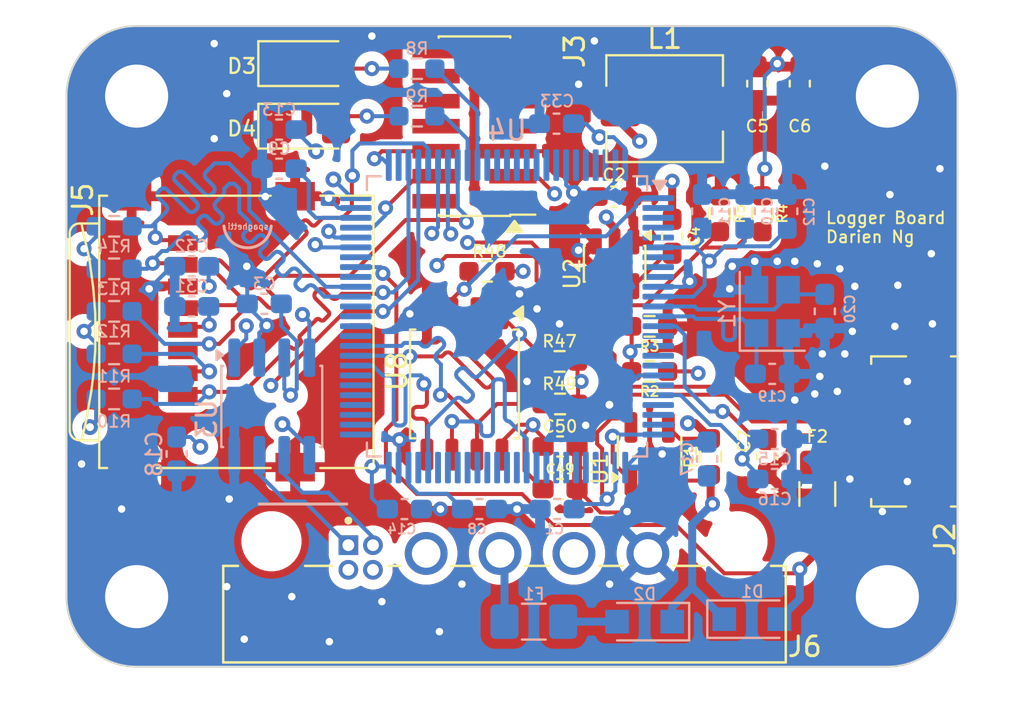
<source format=kicad_pcb>
(kicad_pcb (version 20241229) (generator "pcbnew") (generator_version "9.0")
  (layers (0 "F.Cu" signal) (4 "In1.Cu" signal) (6 "In2.Cu" signal) (2 "B.Cu" signal) (13 "F.Paste" user) (15 "B.Paste" user) (5 "F.SilkS" user "F.Silkscreen") (7 "B.SilkS" user "B.Silkscreen") (1 "F.Mask" user) (3 "B.Mask" user) (25 "Edge.Cuts" user))
  (net 0 "")
  (net 1 "+2V8")
  (net 2 "GND")
  (net 3 "Net-(U2-VBST)")
  (net 4 "Net-(U2-SW)")
  (net 5 "/XTAL_2")
  (net 9 "+5V")
  (net 10 "VDC")
  (net 12 "Net-(U4-NRST)")
  (net 13 "Net-(C8-Pad1)")
  (net 18 "Net-(J2-VBUS)")
  (net 23 "Net-(D1-K)")
  (net 24 "Net-(U2-VFB)")
  (net 30 "/Flash/FLASH_NCS")
  (net 31 "/Flash/FLASH_IO2")
  (net 32 "/Flash/FLASH_IO3")
  (net 37 "/V_SENS")
  (net 38 "/MCU/LED_R")
  (net 60 "/Flash/FLASH_IO1")
  (net 64 "/VBUS")
  (net 66 "Net-(D2-A)")
  (net 68 "/MCU/SWDIO")
  (net 69 "/MCU/SWCLK")
  (net 75 "/USB_D-")
  (net 80 "/MCU/SD_D0")
  (net 81 "/MCU/SD_D1")
  (net 82 "/MCU/SD_CLK")
  (net 83 "/MCU/SD_CMD")
  (net 87 "/MCU/SD_D2")
  (net 88 "/MCU/SD_D3")
  (net 89 "/Flash/FLASH_CLK")
  (net 91 "/CANL")
  (net 95 "/CANH")
  (net 98 "/USB_D+")
  (net 100 "/Flash/FLASH_IO0")
  (net 101 "Net-(D3-A)")
  (net 102 "/XTAL_1")
  (net 103 "/CURR_SENS")
  (net 104 "/CAN_RX")
  (net 105 "/CAN_TX")
  (net 107 "/MCU/LED_G")
  (net 108 "Net-(D4-A)")
  (net 109 "Net-(C9-Pad1)")
  (net 111 "Net-(J6-+12V)")
  (footprint "Capacitor_SMD:C_0603_1608Metric_Pad1.08x0.95mm_HandSolder" (layer "F.Cu") (at 191.008 86.741 -90)
    (property "Reference" "C5")
    (property "Value" "33u")
  )
  (footprint "Resistor_SMD:R_0603_1608Metric_Pad0.98x0.95mm_HandSolder" (layer "F.Cu") (at 191.262 93.345 -90)
    (property "Reference" "R4")
    (property "Value" "26.7k 1%")
  )
  (footprint "Connector_PinHeader_1.27mm:PinHeader_2x07_P1.27mm_Vertical_SMD" (layer "F.Cu") (at 176.657 88.9 180)
    (property "Reference" "J3")
    (property "Value" "Programmer")
  )
  (footprint "Package_TO_SOT_SMD:SOT-23-6" (layer "F.Cu") (at 183.769 95.885 -90)
    (property "Reference" "U2")
    (property "Value" "TPS562200")
  )
  (footprint "Resistor_SMD:R_0603_1608Metric_Pad0.98x0.95mm_HandSolder" (layer "F.Cu") (at 189.103 93.345 90)
    (property "Reference" "R5")
    (property "Value" "10k 1%")
  )
  (footprint "Capacitor_SMD:C_0603_1608Metric_Pad1.08x0.95mm_HandSolder" (layer "F.Cu") (at 193.167 86.741 -90)
    (property "Reference" "C6")
    (property "Value" "33u")
  )
  (footprint "Fuse:Fuse_1206_3216Metric_Pad1.42x1.75mm_HandSolder" (layer "F.Cu") (at 194.056 107.569 -90)
    (property "Reference" "F2")
    (property "Value" "PTC 750mA")
  )
  (footprint "Capacitor_SMD:C_0603_1608Metric_Pad1.08x0.95mm_HandSolder" (layer "F.Cu") (at 181.0015 105.156)
    (property "Reference" "C50")
    (property "Value" "0.1uF")
  )
  (footprint "Resistor_SMD:R_0603_1608Metric_Pad0.98x0.95mm_HandSolder" (layer "F.Cu") (at 188.643 105.673 90)
    (property "Reference" "R1")
    (property "Value" "30mR")
  )
  (footprint "LED_SMD:LED_1206_3216Metric_Pad1.42x1.75mm_HandSolder" (layer "F.Cu") (at 168.148 85.725)
    (property "Reference" "D3")
    (property "Value" "RED")
  )
  (footprint "MountingHole:MountingHole_3.2mm_M3_Pad" (layer "F.Cu") (at 159.512 87.376)
    (property "Reference" "H1" (hide yes))
    (property "Value" "MountingHole_Pad")
  )
  (footprint "Capacitor_SMD:C_0603_1608Metric_Pad1.08x0.95mm_HandSolder" (layer "F.Cu") (at 186.69 94.488 90)
    (property "Reference" "C4")
    (property "Value" "100n")
  )
  (footprint "MountingHole:MountingHole_3.2mm_M3_Pad" (layer "F.Cu") (at 197.612 87.376)
    (property "Reference" "H2" (hide yes))
    (property "Value" "MountingHole_Pad")
  )
  (footprint "Package_SO:SOIC-8_5.3x5.3mm_P1.27mm" (layer "F.Cu") (at 176.149 101.981 -90)
    (property "Reference" "U8")
    (property "Value" "MX25L25645GM2I-08G")
  )
  (footprint "Resistor_SMD:R_0603_1608Metric_Pad0.98x0.95mm_HandSolder" (layer "F.Cu") (at 185.547 101.346 180)
    (property "Reference" "R2")
    (property "Value" "40k")
  )
  (footprint "Capacitor_SMD:C_0603_1608Metric_Pad1.08x0.95mm_HandSolder" (layer "F.Cu") (at 183.743 92.473)
    (property "Reference" "C2")
    (property "Value" "22u")
  )
  (footprint "MountingHole:MountingHole_3.2mm_M3_Pad" (layer "F.Cu") (at 159.512 112.776)
    (property "Reference" "H3" (hide yes))
    (property "Value" "MountingHole_Pad")
  )
  (footprint "Resistor_SMD:R_0603_1608Metric_Pad0.98x0.95mm_HandSolder" (layer "F.Cu") (at 185.547 99.06)
    (property "Reference" "R3")
    (property "Value" "10k")
  )
  (footprint "Resistor_SMD:R_0603_1608Metric_Pad0.98x0.95mm_HandSolder" (layer "F.Cu") (at 180.975 100.838 180)
    (property "Reference" "R47")
    (property "Value" "10k")
  )
  (footprint "canhw_footprints:connector_Harwin_G125-MH104M4-04AD000P" (layer "F.Cu") (at 178.181 113.665)
    (property "Reference" "J6")
    (property "Value" "G125-MH104M4-04AD000P")
  )
  (footprint "Package_TO_SOT_SMD:SOT-23-5_HandSoldering" (layer "F.Cu") (at 185.547 105.537 90)
    (property "Reference" "U1")
    (property "Value" "INA180")
  )
  (footprint "Resistor_SMD:R_0603_1608Metric_Pad0.98x0.95mm_HandSolder" (layer "F.Cu") (at 181.0015 102.997 180)
    (property "Reference" "R49")
    (property "Value" "10k")
  )
  (footprint "canhw_footprints:microSD_Molex_WM6698CT-ND" (layer "F.Cu") (at 159.258 92.456 -90)
    (property "Reference" "J5")
    (property "Value" "Micro_SD_Card")
  )
  (footprint "Inductor_SMD:L_Bourns_SRP5030T" (layer "F.Cu") (at 186.309 88.011)
    (property "Reference" "L1")
    (property "Value" "SRP5030T-3R3M")
  )
  (footprint "Resistor_SMD:R_0603_1608Metric_Pad0.98x0.95mm_HandSolder" (layer "F.Cu") (at 177.292 96.266 180)
    (property "Reference" "R48")
    (property "Value" "10k")
  )
  (footprint "Capacitor_SMD:C_0603_1608Metric_Pad1.08x0.95mm_HandSolder" (layer "F.Cu") (at 191.516 105.664 -90)
    (property "Reference" "C7")
    (property "Value" "100n")
  )
  (footprint "MountingHole:MountingHole_3.2mm_M3_Pad" (layer "F.Cu") (at 197.612 112.776)
    (property "Reference" "H4" (hide yes))
    (property "Value" "MountingHole_Pad")
  )
  (footprint "Connector_USB:USB_Micro-B_Molex_47346-0001" (layer "F.Cu") (at 198.501 104.394 90)
    (property "Reference" "J2")
    (property "Value" "USB_B_Micro")
  )
  (footprint "LED_SMD:LED_1206_3216Metric_Pad1.42x1.75mm_HandSolder" (layer "F.Cu") (at 168.148 88.9)
    (property "Reference" "D4")
    (property "Value" "GREEN")
  )
  (footprint "Capacitor_SMD:C_0603_1608Metric_Pad1.08x0.95mm_HandSolder" (layer "F.Cu") (at 181.0015 107.315)
    (property "Reference" "C49")
    (property "Value" "1uF")
  )
  (footprint "Capacitor_SMD:C_0603_1608Metric_Pad1.08x0.95mm_HandSolder" (layer "B.Cu") (at 176.911 108.331)
    (property "Reference" "C8")
    (property "Value" "2.2u")
  )
  (footprint "Capacitor_SMD:C_0603_1608Metric_Pad1.08x0.95mm_HandSolder" (layer "B.Cu") (at 166.743 91.059 180)
    (property "Reference" "C9")
    (property "Value" "2.2u")
  )
  (footprint "Resistor_SMD:R_0603_1608Metric_Pad0.98x0.95mm_HandSolder" (layer "B.Cu") (at 158.369 93.98)
    (property "Reference" "R14")
    (property "Value" "47k")
  )
  (footprint "Resistor_SMD:R_0603_1608Metric_Pad0.98x0.95mm_HandSolder" (layer "B.Cu") (at 173.736 88.392 180)
    (property "Reference" "R9")
    (property "Value" "100R")
  )
  (footprint "Crystal:Crystal_SMD_Abracon_ABM8AIG-4Pin_3.2x2.5mm" (layer "B.Cu") (at 191.77 98.298 90)
    (property "Reference" "Y1")
    (property "Value" "ABM8G-32.000MHZ-B4Y-T")
  )
  (footprint "Capacitor_SMD:C_0603_1608Metric_Pad1.08x0.95mm_HandSolder" (layer "B.Cu") (at 191.77 101.473)
    (property "Reference" "C19")
    (property "Value" "10p")
  )
  (footprint "Capacitor_SMD:C_0603_1608Metric_Pad1.08x0.95mm_HandSolder" (layer "B.Cu") (at 192.532 93.218 90)
    (property "Reference" "C12")
    (property "Value" "100n")
  )
  (footprint "Capacitor_SMD:C_0603_1608Metric_Pad1.08x0.95mm_HandSolder" (layer "B.Cu") (at 166.743 89.073 180)
    (property "Reference" "C13")
    (property "Value" "100n")
  )
  (footprint "Capacitor_SMD:C_0603_1608Metric_Pad1.08x0.95mm_HandSolder" (layer "B.Cu") (at 165.989 97.917 180)
    (property "Reference" "C3")
    (property "Value" "0.1u")
  )
  (footprint "Capacitor_SMD:C_0603_1608Metric_Pad1.08x0.95mm_HandSolder" (layer "B.Cu") (at 190.373 93.218 90)
    (property "Reference" "C10")
    (property "Value" "4.7u")
  )
  (footprint "Capacitor_SMD:C_0603_1608Metric_Pad1.08x0.95mm_HandSolder" (layer "B.Cu") (at 194.437 98.298 -90)
    (property "Reference" "C20")
    (property "Value" "10p")
  )
  (footprint "Capacitor_SMD:C_0603_1608Metric_Pad1.08x0.95mm_HandSolder" (layer "B.Cu") (at 191.897 106.807)
    (property "Reference" "C16")
    (property "Value" "100n")
  )
  (footprint "Capacitor_SMD:C_0603_1608Metric_Pad1.08x0.95mm_HandSolder" (layer "B.Cu") (at 188.468 105.791 90)
    (property "Reference" "C17")
    (property "Value" "1u")
  )
  (footprint "Package_SO:SOIC-8_3.9x4.9mm_P1.27mm" (layer "B.Cu") (at 166.37 103.124 -90)
    (property "Reference" "U3")
    (property "Value" "MCP2562")
  )
  (footprint "Resistor_SMD:R_0603_1608Metric_Pad0.98x0.95mm_HandSolder" (layer "B.Cu") (at 158.369 100.457)
    (property "Reference" "R11")
    (property "Value" "47k")
  )
  (footprint "Package_QFP:LQFP-100_14x14mm_P0.5mm" (layer "B.Cu") (at 178.308 98.552 180)
    (property "Reference" "U4")
    (property "Value" "STM32H750VBTx")
  )
  (footprint "Capacitor_SMD:C_0603_1608Metric_Pad1.08x0.95mm_HandSolder" (layer "B.Cu") (at 180.8215 88.773 180)
    (property "Reference" "C33")
    (property "Value" "100n")
  )
  (footprint "Resistor_SMD:R_0603_1608Metric_Pad0.98x0.95mm_HandSolder" (layer "B.Cu") (at 158.369 96.139)
    (property "Reference" "R13")
    (property "Value" "47k")
  )
  (footprint "Capacitor_SMD:C_0603_1608Metric_Pad1.08x0.95mm_HandSolder" (layer "B.Cu") (at 162.306 96.012 180)
    (property "Reference" "C32")
    (property "Value" "100n")
  )
  (footprint "Capacitor_SMD:C_0603_1608Metric_Pad1.08x0.95mm_HandSolder" (layer "B.Cu") (at 173.101 108.331)
    (property "Reference" "C14")
    (property "Value" "100n")
  )
  (footprint "Capacitor_SMD:C_0603_1608Metric_Pad1.08x0.95mm_HandSolder" (layer "B.Cu") (at 180.848 108.331 180)
    (property "Reference" "C1")
    (property "Value" "100n")
  )
  (footprint "Capacitor_SMD:C_0603_1608Metric_Pad1.08x0.95mm_HandSolder" (layer "B.Cu") (at 191.897 104.775)
    (property "Reference" "C15")
    (property "Value" "100n")
  )
  (footprint "Resistor_SMD:R_0603_1608Metric_Pad0.98x0.95mm_HandSolder" (layer "B.Cu") (at 158.369 102.743)
    (property "Reference" "R10")
    (property "Value" "47k")
  )
  (footprint "Capacitor_SMD:C_0603_1608Metric_Pad1.08x0.95mm_HandSolder" (layer "B.Cu") (at 161.544 105.537 -90)
    (property "Reference" "C18")
    (property "Value" "0.1u")
  )
  (footprint "Diode_SMD:Nexperia_CFP3_SOD-123W" (layer "B.Cu") (at 185.293 114.046 180)
    (property "Reference" "D2")
    (property "Value" "PMEG2010ER")
  )
  (footprint "Resistor_SMD:R_0603_1608Metric_Pad0.98x0.95mm_HandSolder" (layer "B.Cu") (at 173.736 85.979 180)
    (property "Reference" "R8")
    (property "Value" "100R")
  )
  (footprint "Resistor_SMD:R_0603_1608Metric_Pad0.98x0.95mm_HandSolder" (layer "B.Cu") (at 158.369 98.298)
    (property "Reference" "R12")
    (property "Value" "47k")
  )
  (footprint "Diode_SMD:Nexperia_CFP3_SOD-123W" (layer "B.Cu") (at 190.733099 113.919)
    (property "Reference" "D1")
    (property "Value" "PMEG2010ER")
  )
  (footprint "Capacitor_SMD:C_0603_1608Metric_Pad1.08x0.95mm_HandSolder" (layer "B.Cu") (at 188.214 93.218 90)
    (property "Reference" "C11")
    (property "Value" "100n")
  )
  (footprint "Capacitor_SMD:C_0603_1608Metric_Pad1.08x0.95mm_HandSolder" (layer "B.Cu") (at 162.306 98.044 180)
    (property "Reference" "C31")
    (property "Value" "10u")
  )
  (footprint "Fuse:Fuse_1206_3216Metric_Pad1.42x1.75mm_HandSolder" (layer "B.Cu") (at 179.6685 114.046)
    (property "Reference" "F1")
    (property "Value" "PTC 350mA")
  )
  (gr_poly (pts (xy 178.689 93.726) (xy 178.308 94.234) (xy 179.07 94.234)) (stroke (width 0.15)) (fill yes) (layer "F.SilkS"))
  (gr_arc (start 166.343 93.968841) (mid 165.143 95.073) (end 163.943 93.968841) (stroke (width 0.15)) (layer "B.SilkS"))
  (gr_line (start 165.735 108.077) (end 170.18 108.077) (stroke (width 0.15)) (layer "B.SilkS"))
  (gr_arc (start 201.168 112.776) (mid 200.126472 115.290472) (end 197.612 116.332) (stroke (width 0.1)) (layer "Edge.Cuts"))
  (gr_arc (start 159.512 116.332) (mid 156.997528 115.290472) (end 155.956 112.776) (stroke (width 0.1)) (layer "Edge.Cuts"))
  (gr_line (start 155.956 112.776) (end 155.956 87.376) (stroke (width 0.1)) (layer "Edge.Cuts"))
  (gr_line (start 201.168 87.376) (end 201.168 112.776) (stroke (width 0.1)) (layer "Edge.Cuts"))
  (gr_line (start 159.512 83.82) (end 197.612 83.82) (stroke (width 0.1)) (layer "Edge.Cuts"))
  (gr_line (start 197.612 116.332) (end 159.512 116.332) (stroke (width 0.1)) (layer "Edge.Cuts"))
  (gr_arc (start 197.612 83.82) (mid 200.126472 84.861528) (end 201.168 87.376) (stroke (width 0.1)) (layer "Edge.Cuts"))
  (gr_arc (start 155.956 87.376) (mid 156.997528 84.861528) (end 159.512 83.82) (stroke (width 0.1)) (layer "Edge.Cuts"))
  (gr_text "Logger Board\nDarien Ng" (at 194.437 94.869 0) (layer "F.SilkS") (effects (font (size 0.6 0.6) (thickness 0.1) (bold yes)) (justify left bottom)))
  (gr_text "spaghetti" (at 166.243 94.168841 0) (layer "B.SilkS") (effects (font (size 0.3 0.3) (thickness 0.06) (bold yes)) (justify left bottom mirror)))
  (segment (start 181.911 101.854) (end 181.8875 101.8305) (width 0.2032) (layer "F.Cu") (net 1))
  (segment (start 188.559 86.557) (end 188.643 86.473) (width 0.4064) (layer "F.Cu") (net 1))
  (segment (start 183.134 105.271602) (end 182.88 105.017602) (width 0.2032) (layer "F.Cu") (net 1))
  (segment (start 181.8875 101.8305) (end 181.8875 100.838) (width 0.2032) (layer "F.Cu") (net 1))
  (segment (start 178.903 104.053) (end 178.054 104.902) (width 0.2032) (layer "F.Cu") (net 1))
  (segment (start 191.1615 85.725) (end 191.008 85.8785) (width 0.2032) (layer "F.Cu") (net 1))
  (segment (start 179.6254 104.1874) (end 180.139 104.701) (width 0.2032) (layer "F.Cu") (net 1))
  (segment (start 178.607 91.44) (end 179.832 91.44) (width 0.2032) (layer "F.Cu") (net 1))
  (segment (start 191.262 91.186) (end 191.389 91.059) (width 0.2032) (layer "F.Cu") (net 1))
  (segment (start 184.272 103.735) (end 184.597 104.06) (width 0.2032) (layer "F.Cu") (net 1))
  (segment (start 183.388 107.823) (end 183.134 107.569) (width 0.2032) (layer "F.Cu") (net 1))
  (segment (start 184.597 104.06) (end 184.597 104.187) (width 0.2032) (layer "F.Cu") (net 1))
  (segment (start 161.858 99.236) (end 162.0104 99.0836) (width 0.2032) (layer "F.Cu") (net 1))
  (segment (start 182.88 104.443243) (end 183.588243 103.735) (width 0.2032) (layer "F.Cu") (net 1))
  (segment (start 179.6254 104.053) (end 179.197 104.4814) (width 0.2032) (layer "F.Cu") (net 1))
  (segment (start 179.832 91.44) (end 180.721 92.329) (width 0.2032) (layer "F.Cu") (net 1))
  (segment (start 181.964 101.854) (end 181.914 101.904) (width 0.2032) (layer "F.Cu") (net 1))
  (segment (start 179.6254 104.053) (end 179.6254 104.1874) (width 0.2032) (layer "F.Cu") (net 1))
  (segment (start 183.134 107.569) (end 183.134 105.271602) (width 0.2032) (layer "F.Cu") (net 1))
  (segment (start 188.559 88.011) (end 188.559 86.557) (width 0.4064) (layer "F.Cu") (net 1))
  (segment (start 183.588243 103.735) (end 184.272 103.735) (width 0.2032) (layer "F.Cu") (net 1))
  (segment (start 179.6254 104.053) (end 178.903 104.053) (width 0.2032) (layer "F.Cu") (net 1))
  (segment (start 182.88 105.017602) (end 182.88 104.443243) (width 0.2032) (layer "F.Cu") (net 1))
  (segment (start 179.197 104.4814) (end 179.197 106.373) (width 0.2032) (layer "F.Cu") (net 1))
  (segment (start 180.139 104.701) (end 180.139 105.156) (width 0.2032) (layer "F.Cu") (net 1))
  (segment (start 178.2045 96.266) (end 179.1262 96.266) (width 0.2032) (layer "F.Cu") (net 1))
  (segment (start 182.0704 101.854) (end 181.964 101.854) (width 0.2032) (layer "F.Cu") (net 1))
  (segment (start 179.197 106.373) (end 180.139 107.315) (width 0.2032) (layer "F.Cu") (net 1))
  (segment (start 182.0704 101.854) (end 181.911 101.854) (width 0.2032) (layer "F.Cu") (net 1))
  (segment (start 163.095057 99.0836) (end 163.19333 98.985327) (width 0.2032) (layer "F.Cu") (net 1))
  (segment (start 162.0104 99.0836) (end 163.095057 99.0836) (width 0.2032) (layer "F.Cu") (net 1))
  (segment (start 181.914 101.904) (end 181.914 102.997) (width 0.2032) (layer "F.Cu") (net 1))
  (segment (start 191.262 92.4325) (end 191.262 91.186) (width 0.2032) (layer "F.Cu") (net 1))
  (segment (start 178.054 104.902) (end 178.054 105.5685) (width 0.2032) (layer "F.Cu") (net 1))
  (via (at 190.246 105.791) (size 0.762) (drill 0.381) (layers "F.Cu" "B.Cu") (net 1))
  (via (at 188.569672 95.7421) (size 0.762) (drill 0.381) (layers "F.Cu" "B.Cu") (net 1))
  (via (at 168.619487 90.174993) (size 0.8) (drill 0.4) (layers "F.Cu" "B.Cu") (net 1))
  (via (at 192.024 85.725) (size 0.762) (drill 0.381) (layers "F.Cu" "B.Cu") (net 1))
  (via (at 156.845 99.314) (size 0.762) (drill 0.381) (layers "F.Cu" "B.Cu") (net 1))
  (via (at 183.000728 89.458274) (size 0.8) (drill 0.4) (layers "F.Cu" "B.Cu") (net 1))
  (via (at 166.909807 104.024) (size 0.8) (drill 0.4) (layers "F.Cu" "B.Cu") (net 1))
  (via (at 162.743 105.173) (size 0.8) (drill 0.4) (layers "F.Cu" "B.Cu") (net 1))
  (via (at 171.45 106.172) (size 0.762) (drill 0.381) (layers "F.Cu" "B.Cu") (net 1))
  (via (at 182.0704 101.854) (size 0.762) (drill 0.381) (layers "F.Cu" "B.Cu") (net 1))
  (via (at 179.6254 104.053) (size 0.762) (drill 0.381) (layers "F.Cu" "B.Cu") (net 1))
  (via (at 169.497715 91.603659) (size 0.8) (drill 0.4) (layers "F.Cu" "B.Cu") (net 1))
  (via (at 163.19333 98.985327) (size 0.762) (drill 0.381) (layers "F.Cu" "B.Cu") (net 1))
  (via (at 157.143 104.173) (size 0.8) (drill 0.4) (layers "F.Cu" "B.Cu") (net 1))
  (via (at 183.388 107.823) (size 0.762) (drill 0.381) (layers "F.Cu" "B.Cu") (net 1))
  (via (at 180.721 92.329) (size 0.762) (drill 0.381) (layers "F.Cu" "B.Cu") (net 1))
  (via (at 163.195 97.028) (size 0.762) (drill 0.381) (layers "F.Cu" "B.Cu") (net 1))
  (via (at 179.1262 96.266) (size 0.762) (drill 0.381) (layers "F.Cu" "B.Cu") (net 1))
  (via (at 191.389 91.059) (size 0.762) (drill 0.381) (layers "F.Cu" "B.Cu") (net 1))
  (via (at 156.845 95.123) (size 0.762) (drill 0.381) (layers "F.Cu" "B.Cu") (net 1))
  (segment (start 157.4565 95.7345) (end 156.845 95.123) (width 0.2032) (layer "B.Cu") (net 1))
  (segment (start 192.532 94.107) (end 192.532 94.0805) (width 0.2032) (layer "B.Cu") (net 1))
  (segment (start 157.4565 99.9255) (end 156.845 99.314) (width 0.2032) (layer "B.Cu") (net 1))
  (segment (start 167.04923 104.024) (end 166.909807 104.024) (width 0.2032) (layer "B.Cu") (net 1))
  (segment (start 157.4565 96.139) (end 157.4565 95.7345) (width 0.2032) (layer "B.Cu") (net 1))
  (segment (start 184.308 90.040914) (end 183.72536 89.458274) (width 0.2032) (layer "B.Cu") (net 1))
  (segment (start 172.253 106.172) (end 172.308 106.227) (width 0.2032) (layer "B.Cu") (net 1))
  (segment (start 182.315454 88.773) (end 183.000728 89.458274) (width 0.2032) (layer "B.Cu") (net 1))
  (segment (start 157.4565 98.298) (end 157.4565 98.7025) (width 0.2032) (layer "B.Cu") (net 1))
  (segment (start 190.373 94.742) (end 190.119 94.996) (width 0.2032) (layer "B.Cu") (net 1))
  (segment (start 183.134 108.077) (end 181.9645 108.077) (width 0.2032) (layer "B.Cu") (net 1))
  (segment (start 184.308 90.877) (end 184.308 90.040914) (width 0.2032) (layer "B.Cu") (net 1))
  (segment (start 171.45 106.172) (end 172.253 106.172) (width 0.2032) (layer "B.Cu") (net 1))
  (segment (start 189.357 94.996) (end 190.119 94.996) (width 0.2032) (layer "B.Cu") (net 1))
  (segment (start 189.1516 104.0616) (end 190.246 105.156) (width 0.2032) (layer "B.Cu") (net 1))
  (segment (start 191.643 94.996) (end 192.532 94.107) (width 0.2032) (layer "B.Cu") (net 1))
  (segment (start 190.373 94.0805) (end 190.373 94.742) (width 0.2032) (layer "B.Cu") (net 1))
  (segment (start 163.19333 98.06883) (end 163.1685 98.044) (width 0.2032) (layer "B.Cu") (net 1))
  (segment (start 157.4565 100.457) (end 157.4565 99.9255) (width 0.2032) (layer "B.Cu") (net 1))
  (segment (start 188.6109 95.7421) (end 189.357 94.996) (width 0.2032) (layer "B.Cu") (net 1))
  (segment (start 157.4565 98.7025) (end 156.845 99.314) (width 0.2032) (layer "B.Cu") (net 1))
  (segment (start 188.341 96.978757) (end 188.341 95.970772) (width 0.2032) (layer "B.Cu") (net 1))
  (segment (start 162.2445 104.6745) (end 162.743 105.173) (width 0.2032) (layer "B.Cu") (net 1))
  (segment (start 191.0345 106.807) (end 191.0345 106.5795) (width 0.2032) (layer "B.Cu") (net 1))
  (segment (start 157.4565 94.5115) (end 156.845 95.123) (width 0.2032) (layer "B.Cu") (net 1))
  (segment (start 190.246 105.156) (end 190.246 105.791) (width 0.2032) (layer "B.Cu") (net 1))
  (segment (start 170.446056 92.552) (end 169.497715 91.603659) (width 0.2032) (layer "B.Cu") (net 1))
  (segment (start 188.341 95.970772) (end 188.569672 95.7421) (width 0.2032) (layer "B.Cu") (net 1))
  (segment (start 185.983 95.052) (end 187.879572 95.052) (width 0.2032) (layer "B.Cu") (net 1))
  (segment (start 161.544 104.6745) (end 162.2445 104.6745) (width 0.2032) (layer "B.Cu") (net 1))
  (segment (start 172.0056 108.331) (end 172.2385 108.331) (width 0.2032) (layer "B.Cu") (net 1))
  (segment (start 191.389 86.36) (end 192.024 85.725) (width 0.2032) (layer "B.Cu") (net 1))
  (segment (start 157.4565 103.8865) (end 157.4565 102.743) (width 0.2032) (layer "B.Cu") (net 1))
  (segment (start 188.569672 95.7421) (end 188.6109 95.7421) (width 0.2032) (layer "B.Cu") (net 1))
  (segment (start 181.684 88.773) (end 182.315454 88.773) (width 0.2032) (layer "B.Cu") (net 1))
  (segment (start 157.4565 93.98) (end 157.4565 94.5115) (width 0.2032) (layer "B.Cu") (net 1))
  (segment (start 190.119 94.996) (end 191.643 94.996) (width 0.2032) (layer "B.Cu") (net 1))
  (segment (start 188.6316 104.0616) (end 189.1516 104.0616) (width 0.2032) (layer "B.Cu") (net 1))
  (segment (start 183.388 107.823) (end 183.134 108.077) (width 0.2032) (layer "B.Cu") (net 1))
  (segment (start 188.214 94.0805) (end 188.214 94.717572) (width 0.2032) (layer "B.Cu") (net 1))
  (segment (start 171.45 107.7754) (end 172.0056 108.331) (width 0.2032) (layer "B.Cu") (net 1))
  (segment (start 157.143 104.173) (end 157.17 104.173) (width 0.2032) (layer "B.Cu") (net 1))
  (segment (start 188.214 94.717572) (end 187.879572 95.052) (width 0.2032) (layer "B.Cu") (net 1))
  (segment (start 170.633 92.552) (end 170.446056 92.552) (width 0.2032) (layer "B.Cu") (net 1))
  (segment (start 163.1685 97.0015) (end 163.195 97.028) (width 0.2032) (layer "B.Cu") (net 1))
  (segment (start 167.6055 89.073) (end 167.6055 89.161006) (width 0.2032) (layer "B.Cu") (net 1))
  (segment (start 187.879572 95.052) (end 188.569672 95.7421) (width 0.2032) (layer "B.Cu") (net 1))
  (segment (start 191.389 91.059) (end 191.389 86.36) (width 0.2032) (layer "B.Cu") (net 1))
  (segment (start 183.808 107.403) (end 183.388 107.823) (width 0.2032) (layer "B.Cu") (net 1))
  (segment (start 183.72536 89.458274) (end 183.000728 89.458274) (width 0.2032) (layer "B.Cu") (net 1))
  (segment (start 185.983 102.552) (end 187.122 102.552) (width 0.2032) (layer "B.Cu") (net 1))
  (segment (start 167.6055 89.161006) (end 168.619487 90.174993) (width 0.2032) (layer "B.Cu") (net 1))
  (segment (start 191.0345 105.0025) (end 190.246 105.791) (width 0.2032) (layer "B.Cu") (net 1))
  (segment (start 191.0345 104.775) (end 191.0345 105.0025) (width 0.2032) (layer "B.Cu") (net 1))
  (segment (start 185.983 97.552) (end 187.767757 97.552) (width 0.2032) (layer "B.Cu") (net 1))
  (segment (start 187.767757 97.552) (end 188.341 96.978757) (width 0.2032) (layer "B.Cu") (net 1))
  (segment (start 181.9645 108.077) (end 181.7105 108.331) (width 0.2032) (layer "B.Cu") (net 1))
  (segment (start 191.0345 106.5795) (end 190.246 105.791) (width 0.2032) (layer "B.Cu") (net 1))
  (segment (start 168.275 105.24977) (end 167.04923 104.024) (width 0.2032) (layer "B.Cu") (net 1))
  (segment (start 187.122 102.552) (end 188.6316 104.0616) (width 0.2032) (layer "B.Cu") (net 1))
  (segment (start 157.17 104.173) (end 157.4565 103.8865) (width 0.2032) (layer "B.Cu") (net 1))
  (segment (start 163.19333 98.985327) (end 163.19333 98.06883) (width 0.2032) (layer "B.Cu") (net 1))
  (segment (start 168.275 105.24977) (end 168.275 105.599) (width 0.2032) (layer "B.Cu") (net 1))
  (segment (start 183.808 106.227) (end 183.808 107.403) (width 0.2032) (layer "B.Cu") (net 1))
  (segment (start 163.1685 96.012) (end 163.1685 97.0015) (width 0.2032) (layer "B.Cu") (net 1))
  (segment (start 171.45 106.172) (end 171.45 107.7754) (width 0.2032) (layer "B.Cu") (net 1))
  (segment (start 182.300713 104.082176) (end 182.300713 104.30394) (width 0.2032) (layer "F.Cu") (net 2))
  (segment (start 181.864 104.740653) (end 181.864 105.156) (width 0.2032) (layer "F.Cu") (net 2))
  (segment (start 161.7056 96.8836) (end 160.4184 96.8836) (width 0.2032) (layer "F.Cu") (net 2))
  (segment (start 181.864 107.315) (end 183.0556 108.5066) (width 0.2032) (layer "F.Cu") (net 2))
  (segment (start 195.58 102.362) (end 196.305 103.087) (width 0.2032) (layer "F.Cu") (net 2))
  (segment (start 173.408222 98.3935) (end 173.376722 98.425) (width 0.2032) (layer "F.Cu") (net 2))
  (segment (start 174.244 98.3935) (end 173.408222 98.3935) (width 0.2032) (layer "F.Cu") (net 2))
  (segment (start 160.4184 96.8836) (end 160.147 97.155) (width 0.2032) (layer "F.Cu") (net 2))
  (segment (start 161.858 97.036) (end 161.7056 96.8836) (width 0.2032) (layer "F.Cu") (net 2))
  (segment (start 196.305 103.087) (end 197.034 103.087) (width 0.2032) (layer "F.Cu") (net 2))
  (segment (start 183.0556 108.5066) (end 184.3564 108.5066) (width 0.2032) (layer "F.Cu") (net 2))
  (segment (start 197.034 103.087) (end 197.041 103.094) (width 0.2032) (layer "F.Cu") (net 2))
  (segment (start 195.072 102.362) (end 195.58 102.362) (width 0.2032) (layer "F.Cu") (net 2))
  (segment (start 184.3564 108.5066) (end 184.404 108.459) (width 0.2032) (layer "F.Cu") (net 2))
  (segment (start 182.300713 104.30394) (end 181.864 104.740653) (width 0.2032) (layer "F.Cu") (net 2))
  (segment (start 178.607 90.17) (end 180.848 90.17) (width 0.2032) (layer "F.Cu") (net 2))
  (via (at 194.183 101.6) (size 0.762) (drill 0.381) (layers "F.Cu" "B.Cu") (net 2))
  (via (at 199.898 98.933) (size 0.762) (drill 0.381) (layers "F.Cu" "B.Cu") (net 2))
  (via (at 198.143 96.973) (size 0.762) (drill 0.381) (layers "F.Cu" "B.Cu") (net 2))
  (via (at 198.628 101.854) (size 0.762) (drill 0.381) (layers "F.Cu" "B.Cu") (net 2))
  (via (at 195.707 106.807) (size 0.762) (drill 0.381) (layers "F.Cu" "B.Cu") (net 2))
  (via (at 174.879 114.554) (size 0.762) (drill 0.381) (layers "F.Cu" "B.Cu") (net 2))
  (via (at 156.718 106.045) (size 0.762) (drill 0.381) (layers "F.Cu" "B.Cu") (net 2))
  (via (at 163.449 84.709) (size 0.762) (drill 0.381) (layers "F.Cu" "B.Cu") (net 2))
  (via (at 186.182 105.537) (size 0.762) (drill 0.381) (layers "F.Cu" "B.Cu") (net 2))
  (via (at 181.700595 92.276478) (size 0.8) (drill 0.4) (layers "F.Cu" "B.Cu") (net 2))
  (via (at 169.291 115.062) (size 0.762) (drill 0.381) (layers "F.Cu" "B.Cu") (net 2))
  (via (at 189.611 97.155) (size 0.762) (drill 0.381) (layers "F.Cu" "B.Cu") (net 2))
  (via (at 195.453 100.457) (size 0.762) (drill 0.381) (layers "F.Cu" "B.Cu") (net 2))
  (via (at 178.943 97.409) (size 0.762) (drill 0.381) (layers "F.Cu" "B.Cu") (net 2))
  (via (at 184.404 108.459) (size 0.762) (drill 0.381) (layers "F.Cu" "B.Cu") (net 2))
  (via (at 192.913 102.7992) (size 0.762) (drill 0.381) (layers "F.Cu" "B.Cu") (net 2))
  (via (at 193.929 102.489) (size 0.762) (drill 0.381) (layers "F.Cu" "B.Cu") (net 2))
  (via (at 195.072 102.362) (size 0.762) (drill 0.381) (layers "F.Cu" "B.Cu") (net 2))
  (via (at 174.93 108.334469) (size 0.762) (drill 0.381) (layers "F.Cu" "B.Cu") (net 2))
  (via (at 187.579 96.774) (size 0.762) (drill 0.381) (layers "F.Cu" "B.Cu") (net 2))
  (via (at 165.1 96.012) (size 0.762) (drill 0.381) (layers "F.Cu" "B.Cu") (net 2))
  (via (at 189.738 96.012) (size 0.762) (drill 0.381) (layers "F.Cu" "B.Cu") (net 2))
  (via (at 167.386 112.776) (size 0.762) (drill 0.381) (layers "F.Cu" "B.Cu") (net 2))
  (via (at 195.961 97.028) (size 0.762) (drill 0.381) (layers "F.Cu" "B.Cu") (net 2))
  (via (at 164.211 107.823) (size 0.762) (drill 0.381) (layers "F.Cu" "B.Cu") (net 2))
  (via (at 192.024 95.758) (size 0.762) (drill 0.381) (layers "F.Cu" "B.Cu") (net 2))
  (via (at 183.515 112.141) (size 0.762) (drill 0.381) (layers "F.Cu" "B.Cu") (net 2))
  (via (at 182.743 84.573) (size 0.762) (drill 0.381) (layers "F.Cu" "B.Cu") (net 2))
  (via (at 197.743 92.373) (size 0.762) (drill 0.381) (layers "F.Cu" "B.Cu") (net 2))
  (via (at 194.437 90.932) (size 0.762) (drill 0.381) (layers "F.Cu" "B.Cu") (net 2))
  (via (at 197.358 108.458) (size 0.762) (drill 0.381) (layers "F.Cu" "B.Cu") (net 2))
  (via (at 163.449 89.535) (size 0.762) (drill 0.381) (layers "F.Cu" "B.Cu") (net 2))
  (via (at 169.252 92.553391) (size 0.762) (drill 0.381) (layers "F.Cu" "B.Cu") (net 2))
  (via (at 179.324 101.854) (size 0.762) (drill 0.381) (layers "F.Cu" "B.Cu") (net 2))
  (via (at 172.846 104.812082) (size 0.762) (drill 0.381) (layers "F.Cu" "B.Cu") (net 2))
  (via (at 195.834 99.314) (size 0.762) (drill 0.381) (layers "F.Cu" "B.Cu") (net 2))
  (via (at 164.084 87.249) (size 0.762) (drill 0.381) (layers "F.Cu" "B.Cu") (net 2))
  (via (at 179.832 98.171) (size 0.762) (drill 0.381) (layers "F.Cu" "B.Cu") (net 2))
  (via (at 158.75 108.331) (size 0.762) (drill 0.381) (layers "F.Cu" "B.Cu") (net 2))
  (via (at 160.147 97.155) (size 0.762) (drill 0.381) (layers "F.Cu" "B.Cu") (net 2))
  (via (at 178.816 108.331) (size 0.762) (drill 0.381) (layers "F.Cu" "B.Cu") (net 2))
  (via (at 198.628 106.934) (size 0.762) (drill 0.381) (layers "F.Cu" "B.Cu") (net 2))
  (via (at 171.45 84.328) (size 0.762) (drill 0.381) (layers "F.Cu" "B.Cu") (net 2))
  (via (at 164.084 112.268) (size 0.762) (drill 0.381) (layers "F.Cu" "B.Cu") (net 2))
  (via (at 197.993 99.06) (size 0.762) (drill 0.381) (layers "F.Cu" "B.Cu") (net 2))
  (via (at 200.279 91.059) (size 0.762) (drill 0.381) (layers "F.Cu" "B.Cu") (net 2))
  (via (at 182.300713 104.082176) (size 0.762) (drill 0.381) (layers "F.Cu" "B.Cu") (net 2))
  (via (at 195.199 96.139) (size 0.762) (drill 0.381) (layers "F.Cu" "B.Cu") (net 2))
  (via (at 190.881 95.758) (size 0.762) (drill 0.381) (layers "F.Cu" "B.Cu") (net 2))
  (via (at 192.913 95.758) (size 0.762) (drill 0.381) (layers "F.Cu" "B.Cu") (net 2))
  (via (at 173.376722 98.425) (size 0.762) (drill 0.381) (layers "F.Cu" "B.Cu") (net 2))
  (via (at 199.843 95.373) (size 0.762) (drill 0.381) (layers "F.Cu" "B.Cu") (net 2))
  (via (at 194.31 100.457) (size 0.762) (drill 0.381) (layers "F.Cu" "B.Cu") (net 2))
  (via (at 180.975 98.933) (size 0.762) (drill 0.381) (layers "F.Cu" "B.Cu") (net 2))
  (via (at 166.043 92.473) (size 0.762) (drill 0.381) (layers "F.Cu" "B.Cu") (net 2))
  (via (at 176.022 112.141) (size 0.762) (drill 0.381) (layers "F.Cu" "B.Cu") (net 2))
  (via (at 164.973 114.935) (size 0.762) (drill 0.381) (layers "F.Cu" "B.Cu") (net 2))
  (via (at 171.958 113.03) (size 0.762) (drill 0.381) (layers "F.Cu" "B.Cu") (net 2))
  (via (at 194.056 95.885) (size 0.762) (drill 0.381) (layers "F.Cu" "B.Cu") (net 2))
  (via (at 198.628 103.886) (size 0.762) (drill 0.381) (layers "F.Cu" "B.Cu") (net 2))
  (via (at 181.943 86.773) (size 0.762) (drill 0.381) (layers "F.Cu" "B.Cu") (net 2))
  (via (at 183.505492 103.038297) (size 0.8) (drill 0.4) (layers "F.Cu" "B.Cu") (net 2))
  (via (at 166.116 99.0124) (size 0.762) (drill 0.381) (layers "F.Cu" "B.Cu") (net 2))
  (segment (start 184.999189 101.5446) (end 183.505492 103.038297) (width 0.2032) (layer "B.Cu") (net 2))
  (segment (start 186.182 105.537) (end 187.071 105.537) (width 0.2032) (layer "B.Cu") (net 2))
  (segment (start 183.808 91.713086) (end 183.244608 92.276478) (width 0.2032) (layer "B.Cu") (net 2))
  (segment (start 179.9855 108.331) (end 178.816 108.331) (width 0.2032) (layer "B.Cu") (net 2))
  (segment (start 165.1265 97.917) (end 165.1265 96.8895) (width 0.2032) (layer "B.Cu") (net 2))
  (segment (start 165.735 100.649) (end 165.735 99.3934) (width 0.2032) (layer "B.Cu") (net 2))
  (segment (start 181.308 90.877) (end 181.308 91.883883) (width 0.2032) (layer "B.Cu") (net 2))
  (segment (start 161.29 96.012) (end 160.147 97.155) (width 0.2032) (layer "B.Cu") (net 2))
  (segment (start 185.983 97.052) (end 187.301 97.052) (width 0.2032) (layer "B.Cu") (net 2))
  (segment (start 172.846 104.812082) (end 172.846 104.903) (width 0.2032) (layer "B.Cu") (net 2))
  (segment (start 165.1265 98.0229) (end 166.116 99.0124) (width 0.2032) (layer "B.Cu") (net 2))
  (segment (start 169.261391 92.553391) (end 169.76 93.052) (width 0.2032) (layer "B.Cu") (net 2))
  (segment (start 165.1265 96.0385) (end 165.1 96.012) (width 0.2032) (layer "B.Cu") (net 2))
  (segment (start 169.252 92.553391) (end 169.261391 92.553391) (width 0.2032) (layer "B.Cu") (net 2))
  (segment (start 187.6795 104.9285) (end 188.468 104.9285) (width 0.2032) (layer "B.Cu") (net 2))
  (segment (start 181.308 91.883883) (end 181.700595 92.276478) (width 0.2032) (layer "B.Cu") (net 2))
  (segment (start 165.1265 97.917) (end 165.1265 98.0229) (width 0.2032) (layer "B.Cu") (net 2))
  (segment (start 187.071 105.537) (end 187.6795 104.9285) (width 0.2032) (layer "B.Cu") (net 2))
  (segment (start 185.9756 101.5446) (end 184.999189 101.5446) (width 0.2032) (layer "B.Cu") (net 2))
  (segment (start 186.182 105.537) (end 184.998 105.537) (width 0.2032) (layer "B.Cu") (net 2))
  (segment (start 172.808 104.941) (end 172.808 106.227) (width 0.2032) (layer "B.Cu") (net 2))
  (segment (start 165.735 99.3934) (end 166.116 99.0124) (width 0.2032) (layer "B.Cu") (net 2))
  (segment (start 183.244608 92.276478) (end 181.700595 92.276478) (width 0.2032) (layer "B.Cu") (net 2))
  (segment (start 172.846 104.903) (end 172.808 104.941) (width 0.2032) (layer "B.Cu") (net 2))
  (segment (start 177.7735 108.331) (end 178.816 108.331) (width 0.2032) (layer "B.Cu") (net 2))
  (segment (start 169.76 93.052) (end 170.633 93.052) (width 0.2032) (layer "B.Cu") (net 2))
  (segment (start 165.1265 96.8895) (end 165.143 96.873) (width 0.2032) (layer "B.Cu") (net 2))
  (segment (start 173.9635 108.331) (end 174.926531 108.331) (width 0.2032) (layer "B.Cu") (net 2))
  (segment (start 161.4435 96.012) (end 161.29 96.012) (width 0.2032) (layer "B.Cu") (net 2))
  (segment (start 183.808 90.877) (end 183.808 91.713086) (width 0.2032) (layer "B.Cu") (net 2))
  (segment (start 187.301 97.052) (end 187.579 96.774) (width 0.2032) (layer "B.Cu") (net 2))
  (segment (start 185.983 101.552) (end 185.9756 101.5446) (width 0.2032) (layer "B.Cu") (net 2))
  (segment (start 174.926531 108.331) (end 174.93 108.334469) (width 0.2032) (layer "B.Cu") (net 2))
  (segment (start 184.998 105.537) (end 184.308 106.227) (width 0.2032) (layer "B.Cu") (net 2))
  (segment (start 186.391 95.3505) (end 186.69 95.3505) (width 0.2032) (layer "F.Cu") (net 3))
  (segment (start 184.719 97.0225) (end 186.391 95.3505) (width 0.2032) (layer "F.Cu") (net 3))
  (segment (start 184.059 88.682) (end 185.039 89.662) (width 0.4064) (layer "F.Cu") (net 4))
  (segment (start 183.344093 93.516437) (end 183.500656 93.673) (width 0.4064) (layer "F.Cu") (net 4))
  (segment (start 186.69 91.694) (end 186.69 93.6255) (width 0.4064) (layer "F.Cu") (net 4))
  (segment (start 184.059 88.011) (end 184.059 88.682) (width 0.4064) (layer "F.Cu") (net 4))
  (segment (start 183.769 94.068379) (end 183.769 94.7475) (width 0.4064) (layer "F.Cu") (net 4))
  (segment (start 183.500656 93.673) (end 183.500656 93.800035) (width 0.4064) (layer "F.Cu") (net 4))
  (segment (start 183.500656 93.800035) (end 183.769 94.068379) (width 0.4064) (layer "F.Cu") (net 4))
  (via (at 186.69 91.694) (size 0.762) (drill 0.381) (layers "F.Cu" "B.Cu") (net 4))
  (via (at 185.039 89.662) (size 0.762) (drill 0.381) (layers "F.Cu" "B.Cu") (net 4))
  (via (at 183.344093 93.516437) (size 0.762) (drill 0.381) (layers "F.Cu" "B.Cu") (net 4))
  (segment (start 191.8726 98.2006) (end 192.57 97.5032) (width 0.2032) (layer "B.Cu") (net 5))
  (segment (start 192.57 97.5032) (end 192.57 97.198) (width 0.2032) (layer "B.Cu") (net 5))
  (segment (start 187.839382 98.052) (end 187.987982 98.2006) (width 0.2032) (layer "B.Cu") (net 5))
  (segment (start 192.8075 97.4355) (end 192.57 97.198) (width 0.2032) (layer "B.Cu") (net 5))
  (segment (start 194.437 97.4355) (end 192.8075 97.4355) (width 0.2032) (layer "B.Cu") (net 5))
  (segment (start 187.987982 98.2006) (end 191.8726 98.2006) (width 0.2032) (layer "B.Cu") (net 5))
  (segment (start 185.983 98.052) (end 187.839382 98.052) (width 0.2032) (layer "B.Cu") (net 5))
  (segment (start 194.1995 97.198) (end 194.437 97.4355) (width 0.2032) (layer "B.Cu") (net 5))
  (via (at 167.3225 102.5525) (size 0.762) (drill 0.381) (layers "F.Cu" "B.Cu") (net 9))
  (segment (start 167.64 99.822) (end 166.8515 99.0335) (width 0.2032) (layer "B.Cu") (net 9))
  (segment (start 167.005 102.235) (end 167.005 100.649) (width 0.2032) (layer "B.Cu") (net 9))
  (segment (start 167.64 102.235) (end 167.64 99.822) (width 0.2032) (layer "B.Cu") (net 9))
  (segment (start 166.8515 99.0335) (end 166.8515 97.917) (width 0.2032) (layer "B.Cu") (net 9))
  (segment (start 167.3225 102.5525) (end 167.64 102.235) (width 0.2032) (layer "B.Cu") (net 9))
  (segment (start 167.3225 102.5525) (end 167.005 102.235) (width 0.2032) (layer "B.Cu") (net 9))
  (segment (start 183.769 96.522086) (end 183.202714 95.9558) (width 0.4064) (layer "F.Cu") (net 10))
  (segment (start 187.9126 101.346) (end 188.0076 101.441) (width 0.2032) (layer "F.Cu") (net 10))
  (segment (start 186.497 104.187) (end 187.0705 104.7605) (width 0.2032) (layer "F.Cu") (net 10))
  (segment (start 187.0705 104.7605) (end 188.643 104.7605) (width 0.2032) (layer "F.Cu") (net 10))
  (segment (start 182.8805 92.473) (end 182.643 92.473) (width 0.4064) (layer "F.Cu") (net 10))
  (segment (start 186.4595 101.346) (end 187.9126 101.346) (width 0.2032) (layer "F.Cu") (net 10))
  (segment (start 181.938 95.197) (end 181.938 95.2508) (width 0.4064) (layer "F.Cu") (net 10))
  (segment (start 187.8555 103.973) (end 188.643 104.7605) (width 0.4064) (layer "F.Cu") (net 10))
  (segment (start 187.484163 103.973) (end 187.8555 103.973) (width 0.4064) (layer "F.Cu") (net 10))
  (segment (start 183.202714 95.9558) (end 182.643 95.9558) (width 0.4064) (layer "F.Cu") (net 10))
  (segment (start 186.497 104.187) (end 186.624 104.06) (width 0.4064) (layer "F.Cu") (net 10))
  (segment (start 183.769 97.0225) (end 183.769 96.522086) (width 0.4064) (layer "F.Cu") (net 10))
  (segment (start 181.938 95.2508) (end 182.643 95.9558) (width 0.4064) (layer "F.Cu") (net 10))
  (via (at 188.0076 101.441) (size 0.762) (drill 0.381) (layers "F.Cu" "B.Cu") (net 10))
  (via (at 181.938 95.197) (size 0.762) (drill 0.381) (layers "F.Cu" "B.Cu") (net 10))
  (via (at 187.484163 103.973) (size 0.8) (drill 0.4) (layers "F.Cu" "B.Cu") (net 10))
  (segment (start 190.9075 104.8015) (end 191.516 104.8015) (width 0.2032) (layer "F.Cu") (net 12))
  (segment (start 189.484 103.378) (end 190.9075 104.8015) (width 0.2032) (layer "F.Cu") (net 12))
  (segment (start 189.243 103.378) (end 189.484 103.378) (width 0.2032) (layer "F.Cu") (net 12))
  (via (at 189.243 103.378) (size 0.762) (drill 0.381) (layers "F.Cu" "B.Cu") (net 12))
  (segment (start 187.325 99.48581) (end 186.89119 99.052) (width 0.2032) (layer "B.Cu") (net 12))
  (segment (start 188.595 103.378) (end 187.325 102.108) (width 0.2032) (layer "B.Cu") (net 12))
  (segment (start 186.89119 99.052) (end 185.983 99.052) (width 0.2032) (layer "B.Cu") (net 12))
  (segment (start 189.243 103.378) (end 188.595 103.378) (width 0.2032) (layer "B.Cu") (net 12))
  (segment (start 187.325 102.108) (end 187.325 99.48581) (width 0.2032) (layer "B.Cu") (net 12))
  (segment (start 175.2709 107.5534) (end 176.0485 108.331) (width 0.2032) (layer "B.Cu") (net 13))
  (segment (start 173.798314 107.5534) (end 175.2709 107.5534) (width 0.2032) (layer "B.Cu") (net 13))
  (segment (start 173.308 107.063086) (end 173.798314 107.5534) (width 0.2032) (layer "B.Cu") (net 13))
  (segment (start 173.308 106.227) (end 173.308 107.063086) (width 0.2032) (layer "B.Cu") (net 13))
  (segment (start 194.4505 105.687) (end 194.056 106.0815) (width 0.4064) (layer "F.Cu") (net 18))
  (segment (start 197.034 105.687) (end 194.4505 105.687) (width 0.4064) (layer "F.Cu") (net 18))
  (segment (start 197.041 105.694) (end 197.034 105.687) (width 0.4064) (layer "F.Cu") (net 18))
  (segment (start 188.254 106.887) (end 186.497 106.887) (width 0.2032) (layer "F.Cu") (net 23))
  (segment (start 188.5555 106.5855) (end 188.254 106.887) (width 0.2032) (layer "F.Cu") (net 23))
  (segment (start 188.643 107.976864) (end 188.736241 108.070105) (width 0.4064) (layer "F.Cu") (net 23))
  (segment (start 188.643 106.5855) (end 188.643 107.976864) (width 0.4064) (layer "F.Cu") (net 23))
  (segment (start 188.643 106.5855) (end 188.5555 106.5855) (width 0.2032) (layer "F.Cu") (net 23))
  (segment (start 186.497 106.887) (end 186.497 107.249) (width 0.4064) (layer "F.Cu") (net 23))
  (via (at 188.736241 108.070105) (size 0.762) (drill 0.381) (layers "F.Cu" "B.Cu") (net 23))
  (segment (start 189.333099 113.919) (end 189.333099 113.641099) (width 0.2032) (layer "B.Cu") (net 23))
  (segment (start 186.693 114.046) (end 186.693 113.304901) (width 0.4064) (layer "B.Cu") (net 23))
  (segment (start 189.333099 113.919) (end 187.706 112.291901) (width 0.4064) (layer "B.Cu") (net 23))
  (segment (start 186.693 113.304901) (end 187.706 112.291901) (width 0.4064) (layer "B.Cu") (net 23))
  (segment (start 187.706 112.291901) (end 187.706 109.100346) (width 0.4064) (layer "B.Cu") (net 23))
  (segment (start 187.706 109.100346) (end 188.736241 108.070105) (width 0.4064) (layer "B.Cu") (net 23))
  (segment (start 182.819 97.684999) (end 182.819 97.0225) (width 0.2032) (layer "F.Cu") (net 24))
  (segment (start 188.2775 95.0595) (end 187.4676 95.8694) (width 0.2032) (layer "F.Cu") (net 24))
  (segment (start 191.262 94.2575) (end 190.7305 94.2575) (width 0.2032) (layer "F.Cu") (net 24))
  (segment (start 187.4676 95.8694) (end 187.4676 95.880798) (width 0.2032) (layer "F.Cu") (net 24))
  (segment (start 187.1464 96.1906) (end 185.3494 97.9876) (width 0.2032) (layer "F.Cu") (net 24))
  (segment (start 191.262 94.2575) (end 191.2385 94.2575) (width 0.2032) (layer "F.Cu") (net 24))
  (segment (start 183.121601 97.9876) (end 182.819 97.684999) (width 0.2032) (layer "F.Cu") (net 24))
  (segment (start 189.0795 94.2575) (end 188.2775 95.0595) (width 0.2032) (layer "F.Cu") (net 24))
  (segment (start 189.9285 95.0595) (end 188.2775 95.0595) (width 0.2032) (layer "F.Cu") (net 24))
  (segment (start 185.3494 97.9876) (end 183.121601 97.9876) (width 0.2032) (layer "F.Cu") (net 24))
  (segment (start 189.103 94.2575) (end 189.0795 94.2575) (width 0.2032) (layer "F.Cu") (net 24))
  (segment (start 187.157798 96.1906) (end 187.1464 96.1906) (width 0.2032) (layer "F.Cu") (net 24))
  (segment (start 187.4676 95.880798) (end 187.157798 96.1906) (width 0.2032) (layer "F.Cu") (net 24))
  (segment (start 190.7305 94.2575) (end 189.9285 95.0595) (width 0.2032) (layer "F.Cu") (net 24))
  (segment (start 189.103 94.2575) (end 189.103 94.30925) (width 0.2032) (layer "F.Cu") (net 24))
  (segment (start 178.943 99.441) (end 178.054 98.552) (width 0.2032) (layer "F.Cu") (net 30))
  (segment (start 180.0625 100.838) (end 180.0625 100.5605) (width 0.2032) (layer "F.Cu") (net 30))
  (segment (start 180.0625 100.5605) (end 178.943 99.441) (width 0.2032) (layer "F.Cu") (net 30))
  (segment (start 178.054 98.552) (end 178.054 98.3935) (width 0.2032) (layer "F.Cu") (net 30))
  (via (at 178.943 99.441) (size 0.762) (drill 0.381) (layers "F.Cu" "B.Cu") (net 30))
  (segment (start 174.308 104.126657) (end 175.684489 102.750168) (width 0.2032) (layer "B.Cu") (net 30))
  (segment (start 176.108754 101.986493) (end 175.79635 101.674089) (width 0.2032) (layer "B.Cu") (net 30))
  (segment (start 176.872432 101.562229) (end 176.957284 101.477374) (width 0.2032) (layer "B.Cu") (net 30))
  (segment (start 176.0239 102.750168) (end 176.088767 102.815035) (width 0.2032) (layer "B.Cu") (net 30))
  (segment (start 176.278459 102.156198) (end 176.108754 101.986493) (width 0.2032) (layer "B.Cu") (net 30))
  (segment (start 176.957284 101.477374) (end 177.890767 100.54389) (width 0.2032) (layer "B.Cu") (net 30))
  (segment (start 176.448162 102.325902) (end 176.278457 102.156197) (width 0.2032) (layer "B.Cu") (net 30))
  (segment (start 174.308 106.227) (end 174.308 104.126657) (width 0.2032) (layer "B.Cu") (net 30))
  (segment (start 176.220617 101.249823) (end 176.533022 101.562228) (width 0.2032) (layer "B.Cu") (net 30))
  (segment (start 176.51303 102.39077) (end 176.448162 102.325902) (width 0.2032) (layer "B.Cu") (net 30))
  (segment (start 176.278457 102.156197) (end 176.278459 102.156198) (width 0.2032) (layer "B.Cu") (net 30))
  (segment (start 178.943 99.491657) (end 178.943 99.441) (width 0.2032) (layer "B.Cu") (net 30))
  (segment (start 177.890767 100.54389) (end 178.943 99.491657) (width 0.2032) (layer "B.Cu") (net 30))
  (segment (start 176.428178 102.815035) (end 176.51303 102.730182) (width 0.2032) (layer "B.Cu") (net 30))
  (segment (start 175.796351 101.334677) (end 175.881205 101.249824) (width 0.2032) (layer "B.Cu") (net 30))
  (arc (start 176.088767 102.815035) (mid 176.258473 102.885329) (end 176.428178 102.815035) (width 0.2032) (layer "B.Cu") (net 30))
  (arc (start 175.79635 101.674089) (mid 175.726056 101.504383) (end 175.796351 101.334677) (width 0.2032) (layer "B.Cu") (net 30))
  (arc (start 175.881205 101.249824) (mid 176.050912 101.179528) (end 176.220617 101.249823) (width 0.2032) (layer "B.Cu") (net 30))
  (arc (start 176.533022 101.562228) (mid 176.702727 101.632523) (end 176.872432 101.562229) (width 0.2032) (layer "B.Cu") (net 30))
  (arc (start 176.51303 102.730182) (mid 176.583325 102.560476) (end 176.51303 102.39077) (width 0.2032) (layer "B.Cu") (net 30))
  (arc (start 175.684489 102.750168) (mid 175.854194 102.679874) (end 176.0239 102.750168) (width 0.2032) (layer "B.Cu") (net 30))
  (segment (start 175.514 97.683002) (end 175.514 98.3935) (width 0.2032) (layer "F.Cu") (net 31))
  (segment (start 176.3795 96.266) (end 176.3795 96.933545) (width 0.2032) (layer "F.Cu") (net 31))
  (segment (start 176.136096 97.176949) (end 176.020053 97.176949) (width 0.2032) (layer "F.Cu") (net 31))
  (segment (start 176.020053 97.176949) (end 175.514 97.683002) (width 0.2032) (layer "F.Cu") (net 31))
  (segment (start 176.3795 96.933545) (end 176.136096 97.176949) (width 0.2032) (layer "F.Cu") (net 31))
  (via (at 176.136096 97.176949) (size 0.762) (drill 0.381) (layers "F.Cu" "B.Cu") (net 31))
  (segment (start 183.337874 94.488) (end 184.857 92.968874) (width 0.2032) (layer "B.Cu") (net 31))
  (segment (start 176.403 96.901) (end 178.816 94.488) (width 0.2032) (layer "B.Cu") (net 31))
  (segment (start 176.403 96.910045) (end 176.403 96.901) (width 0.2032) (layer "B.Cu") (net 31))
  (segment (start 184.857 92.808822) (end 185.113822 92.552) (width 0.2032) (layer "B.Cu") (net 31))
  (segment (start 176.136096 97.176949) (end 176.403 96.910045) (width 0.2032) (layer "B.Cu") (net 31))
  (segment (start 178.816 94.488) (end 183.337874 94.488) (width 0.2032) (layer "B.Cu") (net 31))
  (segment (start 185.113822 92.552) (end 185.983 92.552) (width 0.2032) (layer "B.Cu") (net 31))
  (segment (start 184.857 92.968874) (end 184.857 92.808822) (width 0.2032) (layer "B.Cu") (net 31))
  (segment (start 177.8 102.997) (end 176.784 104.013) (width 0.2032) (layer "F.Cu") (net 32))
  (segment (start 174.929657 102.539657) (end 175.310657 102.539657) (width 0.2032) (layer "F.Cu") (net 32))
  (segment (start 175.310657 102.539657) (end 176.784 104.013) (width 0.2032) (layer "F.Cu") (net 32))
  (segment (start 180.089 102.997) (end 177.8 102.997) (width 0.2032) (layer "F.Cu") (net 32))
  (segment (start 176.784 104.013) (end 176.784 105.5685) (width 0.2032) (layer "F.Cu") (net 32))
  (via (at 174.929657 102.539657) (size 0.762) (drill 0.381) (layers "F.Cu" "B.Cu") (net 32))
  (segment (start 174.744902 100.443198) (end 175.051543 100.136556) (width 0.2032) (layer "B.Cu") (net 32))
  (segment (start 174.627278 99.712291) (end 174.320636 100.018932) (width 0.2032) (layer "B.Cu") (net 32))
  (segment (start 172.941965 100.052) (end 170.633 100.052) (width 0.2032) (layer "B.Cu") (net 32))
  (segment (start 174.954513 102.514801) (end 174.954513 100.992221) (width 0.2032) (layer "B.Cu") (net 32))
  (segment (start 174.954513 100.992221) (end 174.744902 100.78261) (width 0.2032) (layer "B.Cu") (net 32))
  (segment (start 175.051543 99.797144) (end 174.96669 99.712291) (width 0.2032) (layer "B.Cu") (net 32))
  (segment (start 173.981224 100.018932) (end 173.896373 99.934081) (width 0.2032) (layer "B.Cu") (net 32))
  (segment (start 174.929657 102.539657) (end 174.954513 102.514801) (width 0.2032) (layer "B.Cu") (net 32))
  (segment (start 173.896373 99.934081) (end 173.862692 99.9004) (width 0.2032) (layer "B.Cu") (net 32))
  (segment (start 173.801122 99.9004) (end 173.093565 99.9004) (width 0.2032) (layer "B.Cu") (net 32))
  (segment (start 173.093565 99.9004) (end 172.941965 100.052) (width 0.2032) (layer "B.Cu") (net 32))
  (segment (start 173.862692 99.9004) (end 173.801122 99.9004) (width 0.2032) (layer "B.Cu") (net 32))
  (arc (start 174.744902 100.78261) (mid 174.674607 100.612904) (end 174.744902 100.443198) (width 0.2032) (layer "B.Cu") (net 32))
  (arc (start 175.051543 100.136556) (mid 175.121838 99.96685) (end 175.051543 99.797144) (width 0.2032) (layer "B.Cu") (net 32))
  (arc (start 174.96669 99.712291) (mid 174.796984 99.641996) (end 174.627278 99.712291) (width 0.2032) (layer "B.Cu") (net 32))
  (arc (start 174.320636 100.018932) (mid 174.15093 100.089227) (end 173.981224 100.018932) (width 0.2032) (layer "B.Cu") (net 32))
  (segment (start 184.6345 100.426135) (end 184.557244 100.348879) (width 0.2032) (layer "F.Cu") (net 37))
  (segment (start 184.6345 101.346) (end 184.6345 100.426135) (width 0.2032) (layer "F.Cu") (net 37))
  (segment (start 184.6345 99.06) (end 184.6345 100.271623) (width 0.2032) (layer "F.Cu") (net 37))
  (segment (start 184.6345 100.271623) (end 184.557244 100.348879) (width 0.2032) (layer "F.Cu") (net 37))
  (via (at 184.557244 100.348879) (size 0.762) (drill 0.381) (layers "F.Cu" "B.Cu") (net 37))
  (segment (start 184.854123 100.052) (end 184.557244 100.348879) (width 0.2032) (layer "B.Cu") (net 37))
  (segment (start 185.983 100.052) (end 184.854123 100.052) (width 0.2032) (layer "B.Cu") (net 37))
  (segment (start 174.6485 85.979) (end 176.808 88.1385) (width 0.2032) (layer "B.Cu") (net 38))
  (segment (start 176.808 88.1385) (end 176.808 90.877) (width 0.2032) (layer "B.Cu") (net 38))
  (segment (start 176.784 98.3935) (end 176.784 98.806) (width 0.2032) (layer "F.Cu") (net 60))
  (segment (start 177.124347 102.098987) (end 175.477388 100.452028) (width 0.2032) (layer "F.Cu") (net 60))
  (segment (start 175.137976 100.452028) (end 175.053122 100.536879) (width 0.2032) (layer "F.Cu") (net 60))
  (segment (start 176.784 98.806) (end 175.901651 99.688349) (width 0.2032) (layer "F.Cu") (net 60))
  (segment (start 177.548611 102.014133) (end 177.463757 102.098988) (width 0.2032) (layer "F.Cu") (net 60))
  (segment (start 175.006 100.584) (end 173.376722 100.584) (width 0.2032) (layer "F.Cu") (net 60))
  (segment (start 175.053122 100.536879) (end 175.006 100.584) (width 0.2032) (layer "F.Cu") (net 60))
  (segment (start 175.901651 100.027761) (end 177.548611 101.674721) (width 0.2032) (layer "F.Cu") (net 60))
  (via (at 173.376722 100.584) (size 0.762) (drill 0.381) (layers "F.Cu" "B.Cu") (net 60))
  (arc (start 177.548611 101.674721) (mid 177.618905 101.844428) (end 177.548611 102.014133) (width 0.2032) (layer "F.Cu") (net 60))
  (arc (start 177.463757 102.098988) (mid 177.294053 102.169281) (end 177.124347 102.098987) (width 0.2032) (layer "F.Cu") (net 60))
  (arc (start 175.477388 100.452028) (mid 175.307681 100.381734) (end 175.137976 100.452028) (width 0.2032) (layer "F.Cu") (net 60))
  (arc (start 175.901651 99.688349) (mid 175.831355 99.858056) (end 175.901651 100.027761) (width 0.2032) (layer "F.Cu") (net 60))
  (segment (start 170.633 100.552) (end 173.344722 100.552) (width 0.2032) (layer "B.Cu") (net 60))
  (segment (start 173.344722 100.552) (end 173.376722 100.584) (width 0.2032) (layer "B.Cu") (net 60))
  (segment (start 172.694122 103.780679) (end 172.694122 97.052849) (width 0.2032) (layer "F.Cu") (net 64))
  (segment (start 194.056 110.49) (end 193.167 111.379) (width 0.4064) (layer "F.Cu") (net 64))
  (segment (start 194.056 109.0565) (end 194.056 110.49) (width 0.4064) (layer "F.Cu") (net 64))
  (segment (start 186.880826 109.1416) (end 180.6426 109.1416) (width 0.2032) (layer "F.Cu") (net 64))
  (segment (start 180.6426 109.1416) (end 179.07 107.569) (width 0.2032) (layer "F.Cu") (net 64))
  (segment (start 172.293679 96.652406) (end 172.286083 96.652406) (width 0.2032) (layer "F.Cu") (net 64))
  (segment (start 172.286083 96.652406) (end 172.007685 96.374008) (width 0.2032) (layer "F.Cu") (net 64))
  (segment (start 189.331826 111.5926) (end 186.880826 109.1416) (width 0.2032) (layer "F.Cu") (net 64))
  (segment (start 193.167 111.379) (end 192.9534 111.5926) (width 0.2032) (layer "F.Cu") (net 64))
  (segment (start 179.07 107.569) (end 173.736 107.569) (width 0.2032) (layer "F.Cu") (net 64))
  (segment (start 192.9534 111.5926) (end 189.331826 111.5926) (width 0.2032) (layer "F.Cu") (net 64))
  (segment (start 172.694122 97.052849) (end 172.293679 96.652406) (width 0.2032) (layer "F.Cu") (net 64))
  (segment (start 173.736 107.569) (end 172.1634 105.9964) (width 0.2032) (layer "F.Cu") (net 64))
  (segment (start 172.1634 104.311401) (end 172.694122 103.780679) (width 0.2032) (layer "F.Cu") (net 64))
  (segment (start 172.1634 105.9964) (end 172.1634 104.311401) (width 0.2032) (layer "F.Cu") (net 64))
  (via (at 172.007685 96.374008) (size 0.762) (drill 0.381) (layers "F.Cu" "B.Cu") (net 64))
  (via (at 193.167 111.379) (size 0.762) (drill 0.381) (layers "F.Cu" "B.Cu") (net 64))
  (segment (start 171.891232 96.052) (end 170.633 96.052) (width 0.2032) (layer "B.Cu") (net 64))
  (segment (start 172.007685 96.168453) (end 171.891232 96.052) (width 0.2032) (layer "B.Cu") (net 64))
  (segment (start 193.167 111.379) (end 193.167 112.885099) (width 0.4064) (layer "B.Cu") (net 64))
  (segment (start 193.167 112.885099) (end 192.133099 113.919) (width 0.4064) (layer "B.Cu") (net 64))
  (segment (start 172.007685 96.374008) (end 172.007685 96.168453) (width 0.2032) (layer "B.Cu") (net 64))
  (segment (start 181.156 114.046) (end 183.893 114.046) (width 0.4064) (layer "B.Cu") (net 66))
  (segment (start 172.146402 93.048598) (end 173.755 91.44) (width 0.2032) (layer "F.Cu") (net 68))
  (segment (start 173.755 91.44) (end 174.707 91.44) (width 0.2032) (layer "F.Cu") (net 68))
  (via (at 172.146402 93.048598) (size 0.762) (drill 0.381) (layers "F.Cu" "B.Cu") (net 68))
  (segment (start 172.146402 93.410598) (end 171.505 94.052) (width 0.2032) (layer "B.Cu") (net 68))
  (segment (start 172.146402 93.048598) (end 172.146402 93.410598) (width 0.2032) (layer "B.Cu") (net 68))
  (segment (start 171.505 94.052) (end 170.633 94.052) (width 0.2032) (layer "B.Cu") (net 68))
  (segment (start 174.707 90.17) (end 171.958 90.17) (width 0.2032) (layer "F.Cu") (net 69))
  (segment (start 171.958 90.17) (end 171.577 90.551) (width 0.2032) (layer "F.Cu") (net 69))
  (via (at 171.577 90.551) (size 0.762) (drill 0.381) (layers "F.Cu" "B.Cu") (net 69))
  (segment (start 171.577 90.551) (end 171.982 90.551) (width 0.2032) (layer "B.Cu") (net 69))
  (segment (start 171.982 90.551) (end 172.308 90.877) (width 0.2032) (layer "B.Cu") (net 69))
  (segment (start 189.3958 102.5278) (end 183.986777 102.5278) (width 0.2032) (layer "F.Cu") (net 75))
  (segment (start 179.6662 95.4884) (end 175.229109 95.4884) (width 0.2032) (layer "F.Cu") (net 75))
  (segment (start 181.740557 99.070574) (end 181.740557 98.675443) (width 0.2032) (layer "F.Cu") (net 75))
  (segment (start 179.8088 95.631) (end 179.6662 95.4884) (width 0.2032) (layer "F.Cu") (net 75))
  (segment (start 175.229109 95.4884) (end 174.750207 95.967302) (width 0.2032) (layer "F.Cu") (net 75))
  (segment (start 179.8088 96.743685) (end 179.8088 95.631) (width 0.2032) (layer "F.Cu") (net 75))
  (segment (start 190.754 103.886) (end 189.3958 102.5278) (width 0.2032) (layer "F.Cu") (net 75))
  (segment (start 197.034 105.037) (end 196.096 105.037) (width 0.2032) (layer "F.Cu") (net 75))
  (segment (start 181.740557 98.675443) (end 179.8088 96.743685) (width 0.2032) (layer "F.Cu") (net 75))
  (segment (start 196.096 105.037) (end 194.945 103.886) (width 0.2032) (layer "F.Cu") (net 75))
  (segment (start 183.3648 100.694817) (end 181.740557 99.070574) (width 0.2032) (layer "F.Cu") (net 75))
  (segment (start 194.945 103.886) (end 190.754 103.886) (width 0.2032) (layer "F.Cu") (net 75))
  (segment (start 183.986777 102.5278) (end 183.3648 101.905823) (width 0.2032) (layer "F.Cu") (net 75))
  (segment (start 183.3648 101.905823) (end 183.3648 100.694817) (width 0.2032) (layer "F.Cu") (net 75))
  (segment (start 197.041 105.044) (end 197.034 105.037) (width 0.2032) (layer "F.Cu") (net 75))
  (via (at 174.750207 95.967302) (size 0.762) (drill 0.381) (layers "F.Cu" "B.Cu") (net 75))
  (via (at 168.575356 94.910174) (size 0.762) (drill 0.381) (layers "F.Cu" "B.Cu") (net 75))
  (segment (start 168.575356 94.910174) (end 168.717182 95.052) (width 0.2032) (layer "B.Cu") (net 75))
  (segment (start 168.717182 95.052) (end 170.633 95.052) (width 0.2032) (layer "B.Cu") (net 75))
  (segment (start 160.325 95.856791) (end 161.613709 95.856791) (width 0.2032) (layer "F.Cu") (net 80))
  (segment (start 161.692918 95.936) (end 161.858 95.936) (width 0.2032) (layer "F.Cu") (net 80))
  (segment (start 161.613709 95.856791) (end 161.692918 95.936) (width 0.2032) (layer "F.Cu") (net 80))
  (via (at 160.325 95.856791) (size 0.762) (drill 0.381) (layers "F.Cu" "B.Cu") (net 80))
  (segment (start 162.689377 93.596624) (end 162.689376 93.596624) (width 0.2032) (layer "B.Cu") (net 80))
  (segment (start 165.638634 94.494972) (end 165.411256 94.722347) (width 0.2032) (layer "B.Cu") (net 80))
  (segment (start 161.840847 94.445154) (end 161.220425 95.065575) (width 0.2032) (layer "B.Cu") (net 80))
  (segment (start 163.537906 93.087506) (end 163.813629 93.363229) (width 0.2032) (layer "B.Cu") (net 80))
  (segment (start 165.071846 94.722348) (end 164.986993 94.637495) (width 0.2032) (layer "B.Cu") (net 80))
  (segment (start 167.63867 96.73758) (end 167.759955 96.616292) (width 0.2032) (layer "B.Cu") (net 80))
  (segment (start 164.465 91.821) (end 164.211 91.821) (width 0.2032) (layer "B.Cu") (net 80))
  (segment (start 165.129517 93.646443) (end 164.782461 93.299387) (width 0.2032) (layer "B.Cu") (net 80))
  (segment (start 166.487163 95.343501) (end 166.259815 95.570846) (width 0.2032) (layer "B.Cu") (net 80))
  (segment (start 165.920405 95.570847) (end 165.835552 95.485994) (width 0.2032) (layer "B.Cu") (net 80))
  (segment (start 164.719 93.235926) (end 164.719 92.075) (width 0.2032) (layer "B.Cu") (net 80))
  (segment (start 170.633 97.552) (end 169.035074 97.552) (width 0.2032) (layer "B.Cu") (net 80))
  (segment (start 164.211 91.821) (end 163.957 92.075) (width 0.2032) (layer "B.Cu") (net 80))
  (segment (start 162.689376 93.936036) (end 162.965082 94.211742) (width 0.2032) (layer "B.Cu") (net 80))
  (segment (start 166.911427 95.428353) (end 166.826575 95.343501) (width 0.2032) (layer "B.Cu") (net 80))
  (segment (start 159.2815 96.139) (end 160.042791 96.139) (width 0.2032) (layer "B.Cu") (net 80))
  (segment (start 163.957 92.075) (end 163.957 92.329) (width 0.2032) (layer "B.Cu") (net 80))
  (segment (start 160.325 95.707) (end 160.325 95.856791) (width 0.2032) (layer "B.Cu") (net 80))
  (segment (start 167.759956 96.276882) (end 167.675104 96.19203) (width 0.2032) (layer "B.Cu") (net 80))
  (segment (start 162.965081 94.551154) (end 162.880229 94.636007) (width 0.2032) (layer "B.Cu") (net 80))
  (segment (start 160.042791 96.139) (end 160.325 95.856791) (width 0.2032) (layer "B.Cu") (net 80))
  (segment (start 162.774232 93.511772) (end 162.689377 93.596624) (width 0.2032) (layer "B.Cu") (net 80))
  (segment (start 165.835552 95.146582) (end 166.062897 94.919234) (width 0.2032) (layer "B.Cu") (net 80))
  (segment (start 163.389364 93.787495) (end 163.113642 93.511773) (width 0.2032) (layer "B.Cu") (net 80))
  (segment (start 166.062898 94.579824) (end 165.978046 94.494972) (width 0.2032) (layer "B.Cu") (net 80))
  (segment (start 163.957 92.329) (end 163.537906 92.748094) (width 0.2032) (layer "B.Cu") (net 80))
  (segment (start 164.986993 94.298083) (end 165.214368 94.070705) (width 0.2032) (layer "B.Cu") (net 80))
  (segment (start 164.719 92.075) (end 164.465 91.821) (width 0.2032) (layer "B.Cu") (net 80))
  (segment (start 163.813628 93.702641) (end 163.728776 93.787494) (width 0.2032) (layer "B.Cu") (net 80))
  (segment (start 167.335692 96.19203) (end 167.108361 96.419358) (width 0.2032) (layer "B.Cu") (net 80))
  (segment (start 168.184221 97.040559) (end 168.062933 97.161844) (width 0.2032) (layer "B.Cu") (net 80))
  (segment (start 167.723523 97.161845) (end 167.63867 97.076992) (width 0.2032) (layer "B.Cu") (net 80))
  (segment (start 169.035074 97.552) (end 168.523633 97.040559) (width 0.2032) (layer "B.Cu") (net 80))
  (segment (start 160.7976 95.2344) (end 160.325 95.707) (width 0.2032) (layer "B.Cu") (net 80))
  (segment (start 162.540817 94.636008) (end 162.265112 94.360303) (width 0.2032) (layer "B.Cu") (net 80))
  (segment (start 161.925702 94.360302) (end 161.840847 94.445154) (width 0.2032) (layer "B.Cu") (net 80))
  (segment (start 166.684098 95.995094) (end 166.911426 95.767763) (width 0.2032) (layer "B.Cu") (net 80))
  (segment (start 161.0516 95.2344) (end 160.7976 95.2344) (width 0.2032) (layer "B.Cu") (net 80))
  (segment (start 166.768951 96.419359) (end 166.684098 96.334506) (width 0.2032) (layer "B.Cu") (net 80))
  (segment (start 165.214369 93.731295) (end 165.129517 93.646443) (width 0.2032) (layer "B.Cu") (net 80))
  (segment (start 161.220425 95.065575) (end 161.0516 95.2344) (width 0.2032) (layer "B.Cu") (net 80))
  (segment (start 164.782461 93.299387) (end 164.719 93.235926) (width 0.2032) (layer "B.Cu") (net 80))
  (arc (start 167.108361 96.419358) (mid 166.938656 96.489654) (end 166.768951 96.419359) (width 0.2032) (layer "B.Cu") (net 80))
  (arc (start 166.911426 95.767763) (mid 166.981722 95.598058) (end 166.911427 95.428353) (width 0.2032) (layer "B.Cu") (net 80))
  (arc (start 165.214368 94.070705) (mid 165.284664 93.901) (end 165.214369 93.731295) (width 0.2032) (layer "B.Cu") (net 80))
  (arc (start 163.728776 93.787494) (mid 163.55907 93.857789) (end 163.389364 93.787495) (width 0.2032) (layer "B.Cu") (net 80))
  (arc (start 165.411256 94.722347) (mid 165.241551 94.792643) (end 165.071846 94.722348) (width 0.2032) (layer "B.Cu") (net 80))
  (arc (start 166.684098 96.334506) (mid 166.613802 96.164799) (end 166.684098 95.995094) (width 0.2032) (layer "B.Cu") (net 80))
  (arc (start 165.835552 95.485994) (mid 165.765256 95.316287) (end 165.835552 95.146582) (width 0.2032) (layer "B.Cu") (net 80))
  (arc (start 166.826575 95.343501) (mid 166.656868 95.273205) (end 166.487163 95.343501) (width 0.2032) (layer "B.Cu") (net 80))
  (arc (start 164.986993 94.637495) (mid 164.916697 94.467788) (end 164.986993 94.298083) (width 0.2032) (layer "B.Cu") (net 80))
  (arc (start 167.759955 96.616292) (mid 167.830251 96.446587) (end 167.759956 96.276882) (width 0.2032) (layer "B.Cu") (net 80))
  (arc (start 166.062897 94.919234) (mid 166.133193 94.749529) (end 166.062898 94.579824) (width 0.2032) (layer "B.Cu") (net 80))
  (arc (start 162.689376 93.596624) (mid 162.61908 93.766331) (end 162.689376 93.936036) (width 0.2032) (layer "B.Cu") (net 80))
  (arc (start 167.63867 97.076992) (mid 167.568374 96.907285) (end 167.63867 96.73758) (width 0.2032) (layer "B.Cu") (net 80))
  (arc (start 166.259815 95.570846) (mid 166.09011 95.641142) (end 165.920405 95.570847) (width 0.2032) (layer "B.Cu") (net 80))
  (arc (start 168.523633 97.040559) (mid 168.353926 96.970263) (end 168.184221 97.040559) (width 0.2032) (layer "B.Cu") (net 80))
  (arc (start 165.978046 94.494972) (mid 165.808339 94.424676) (end 165.638634 94.494972) (width 0.2032) (layer "B.Cu") (net 80))
  (arc (start 163.537906 92.748094) (mid 163.46761 92.917801) (end 163.537906 93.087506) (width 0.2032) (layer "B.Cu") (net 80))
  (arc (start 162.265112 94.360303) (mid 162.095406 94.290009) (end 161.925702 94.360302) (width 0.2032) (layer "B.Cu") (net 80))
  (arc (start 163.813629 93.363229) (mid 163.883924 93.532934) (end 163.813628 93.702641) (width 0.2032) (layer "B.Cu") (net 80))
  (arc (start 168.062933 97.161844) (mid 167.893228 97.23214) (end 167.723523 97.161845) (width 0.2032) (layer "B.Cu") (net 80))
  (arc (start 167.675104 96.19203) (mid 167.505397 96.121734) (end 167.335692 96.19203) (width 0.2032) (layer "B.Cu") (net 80))
  (arc (start 163.113642 93.511773) (mid 162.943936 93.441479) (end 162.774232 93.511772) (width 0.2032) (layer "B.Cu") (net 80))
  (arc (start 162.965082 94.211742) (mid 163.035377 94.381447) (end 162.965081 94.551154) (width 0.2032) (layer "B.Cu") (net 80))
  (arc (start 162.880229 94.636007) (mid 162.710523 94.706302) (end 162.540817 94.636008) (width 0.2032) (layer "B.Cu") (net 80))
  (segment (start 161.858 94.836) (end 161.7056 94.6836) (width 0.2032) (layer "F.Cu") (net 81))
  (segment (start 160.590939 94.6836) (end 160.459139 94.5518) (width 0.2032) (layer "F.Cu") (net 81))
  (segment (start 161.7056 94.6836) (end 160.590939 94.6836) (width 0.2032) (layer "F.Cu") (net 81))
  (via (at 160.459139 94.5518) (size 0.762) (drill 0.381) (layers "F.Cu" "B.Cu") (net 81))
  (segment (start 161.000458 92.914131) (end 160.632763 92.546436) (width 0.2032) (layer "B.Cu") (net 81))
  (segment (start 163.40462 91.92418) (end 163.036924 91.556484) (width 0.2032) (layer "B.Cu") (net 81))
  (segment (start 161.057028 92.122173) (end 161.424724 92.489869) (width 0.2032) (layer "B.Cu") (net 81))
  (segment (start 164.188669 90.782669) (end 165.227 91.821) (width 0.2032) (layer "B.Cu") (net 81))
  (segment (start 163.036924 91.217073) (end 163.121778 91.132221) (width 0.2032) (layer "B.Cu") (net 81))
  (segment (start 160.459139 93.794861) (end 161.000457 93.253543) (width 0.2032) (layer "B.Cu") (net 81))
  (segment (start 161.905556 91.273644) (end 162.442958 91.811046) (width 0.2032) (layer "B.Cu") (net 81))
  (segment (start 163.121778 91.132221) (end 163.471331 90.782669) (width 0.2032) (layer "B.Cu") (net 81))
  (segment (start 162.01869 92.235306) (end 162.018692 92.235308) (width 0.2032) (layer "B.Cu") (net 81))
  (segment (start 169.106699 97.052) (end 170.633 97.052) (width 0.2032) (layer "B.Cu") (net 81))
  (segment (start 160.274 93.98) (end 160.459139 93.794861) (width 0.2032) (layer "B.Cu") (net 81))
  (segment (start 162.556092 92.772708) (end 162.01869 92.235306) (width 0.2032) (layer "B.Cu") (net 81))
  (segment (start 162.47124 93.196973) (end 162.556092 93.11212) (width 0.2032) (layer "B.Cu") (net 81))
  (segment (start 163.319768 92.348445) (end 163.40462 92.263592) (width 0.2032) (layer "B.Cu") (net 81))
  (segment (start 159.2815 93.98) (end 160.274 93.98) (width 0.2032) (layer "B.Cu") (net 81))
  (segment (start 162.442958 91.811046) (end 162.442956 91.811044) (width 0.2032) (layer "B.Cu") (net 81))
  (segment (start 161.481292 91.358495) (end 161.566144 91.273644) (width 0.2032) (layer "B.Cu") (net 81))
  (segment (start 165.227 93.172301) (end 169.106699 97.052) (width 0.2032) (layer "B.Cu") (net 81))
  (segment (start 165.227 91.821) (end 165.227 93.172301) (width 0.2032) (layer "B.Cu") (net 81))
  (segment (start 160.632762 92.207026) (end 160.717616 92.122173) (width 0.2032) (layer "B.Cu") (net 81))
  (segment (start 161.594428 92.659572) (end 162.131829 93.196973) (width 0.2032) (layer "B.Cu") (net 81))
  (segment (start 162.442956 91.811044) (end 162.612661 91.980749) (width 0.2032) (layer "B.Cu") (net 81))
  (segment (start 163.471331 90.782669) (end 164.188669 90.782669) (width 0.2032) (layer "B.Cu") (net 81))
  (segment (start 162.612661 91.980749) (end 162.980357 92.348445) (width 0.2032) (layer "B.Cu") (net 81))
  (segment (start 162.018692 92.235308) (end 161.481291 91.697907) (width 0.2032) (layer "B.Cu") (net 81))
  (segment (start 161.424724 92.489869) (end 161.59443 92.659575) (width 0.2032) (layer "B.Cu") (net 81))
  (segment (start 161.59443 92.659575) (end 161.594428 92.659572) (width 0.2032) (layer "B.Cu") (net 81))
  (segment (start 160.459139 94.5518) (end 160.459139 93.794861) (width 0.2032) (layer "B.Cu") (net 81))
  (arc (start 161.000457 93.253543) (mid 161.070752 93.083837) (end 161.000458 92.914131) (width 0.2032) (layer "B.Cu") (net 81))
  (arc (start 163.40462 92.263592) (mid 163.474915 92.093886) (end 163.40462 91.92418) (width 0.2032) (layer "B.Cu") (net 81))
  (arc (start 162.980357 92.348445) (mid 163.150063 92.418739) (end 163.319768 92.348445) (width 0.2032) (layer "B.Cu") (net 81))
  (arc (start 161.566144 91.273644) (mid 161.735851 91.203348) (end 161.905556 91.273644) (width 0.2032) (layer "B.Cu") (net 81))
  (arc (start 160.717616 92.122173) (mid 160.887321 92.051879) (end 161.057028 92.122173) (width 0.2032) (layer "B.Cu") (net 81))
  (arc (start 162.556092 93.11212) (mid 162.626387 92.942414) (end 162.556092 92.772708) (width 0.2032) (layer "B.Cu") (net 81))
  (arc (start 161.481291 91.697907) (mid 161.410997 91.528201) (end 161.481292 91.358495) (width 0.2032) (layer "B.Cu") (net 81))
  (arc (start 160.632763 92.546436) (mid 160.562469 92.37673) (end 160.632762 92.207026) (width 0.2032) (layer "B.Cu") (net 81))
  (arc (start 162.131829 93.196973) (mid 162.301535 93.267267) (end 162.47124 93.196973) (width 0.2032) (layer "B.Cu") (net 81))
  (arc (start 163.036924 91.556484) (mid 162.966629 91.386779) (end 163.036924 91.217073) (width 0.2032) (layer "B.Cu") (net 81))
  (segment (start 164.694368 97.480878) (end 163.39888 96.18539) (width 0.2032) (layer "F.Cu") (net 82))
  (segment (start 161.868 98.136) (end 162.0204 97.9836) (width 0.2032) (layer "F.Cu") (net 82))
  (segment (start 168.957402 93.551598) (end 168.606373 93.902627) (width 0.2032) (layer "F.Cu") (net 82))
  (segment (start 163.816075 95.768196) (end 165.111564 97.063685) (width 0.2032) (layer "F.Cu") (net 82))
  (segment (start 168.378288 93.902627) (end 168.19625 93.720589) (width 0.2032) (layer "F.Cu") (net 82))
  (segment (start 164.5254 97.9836) (end 164.694368 97.814632) (width 0.2032) (layer "F.Cu") (net 82))
  (segment (start 169.973402 93.551598) (end 168.957402 93.551598) (width 0.2032) (layer "F.Cu") (net 82))
  (segment (start 163.39888 95.851636) (end 163.482321 95.768196) (width 0.2032) (layer "F.Cu") (net 82))
  (segment (start 162.0204 97.9836) (end 164.5254 97.9836) (width 0.2032) (layer "F.Cu") (net 82))
  (segment (start 167.911144 94.005694) (end 168.093181 94.187731) (width 0.2032) (layer "F.Cu") (net 82))
  (segment (start 170.434 93.091) (end 169.973402 93.551598) (width 0.2032) (layer "F.Cu") (net 82))
  (segment (start 168.036162 94.472837) (end 167.540911 94.968089) (width 0.2032) (layer "F.Cu") (net 82))
  (segment (start 170.434 91.44) (end 170.434 93.091) (width 0.2032) (layer "F.Cu") (net 82))
  (segment (start 165.445318 97.063685) (end 165.528756 96.980245) (width 0.2032) (layer "F.Cu") (net 82))
  (segment (start 165.528756 96.980245) (end 165.850399 96.658601) (width 0.2032) (layer "F.Cu") (net 82))
  (segment (start 170.460172 91.413828) (end 170.434 91.44) (width 0.2032) (layer "F.Cu") (net 82))
  (segment (start 167.968166 93.720589) (end 167.911144 93.77761) (width 0.2032) (layer "F.Cu") (net 82))
  (segment (start 168.093181 94.415815) (end 168.036162 94.472837) (width 0.2032) (layer "F.Cu") (net 82))
  (segment (start 165.850399 96.658601) (end 167.540911 94.968089) (width 0.2032) (layer "F.Cu") (net 82))
  (via (at 170.460172 91.413828) (size 0.762) (drill 0.381) (layers "F.Cu" "B.Cu") (net 82))
  (arc (start 163.39888 96.18539) (mid 163.329757 96.018513) (end 163.39888 95.851636) (width 0.2032) (layer "F.Cu") (net 82))
  (arc (start 168.606373 93.902627) (mid 168.49233 93.949865) (end 168.378288 93.902627) (width 0.2032) (layer "F.Cu") (net 82))
  (arc (start 168.19625 93.720589) (mid 168.082208 93.673351) (end 167.968166 93.720589) (width 0.2032) (layer "F.Cu") (net 82))
  (arc (start 167.911144 93.77761) (mid 167.863906 93.891652) (end 167.911144 94.005694) (width 0.2032) (layer "F.Cu") (net 82))
  (arc (start 165.111564 97.063685) (mid 165.278441 97.132808) (end 165.445318 97.063685) (width 0.2032) (layer "F.Cu") (net 82))
  (arc (start 168.093181 94.187731) (mid 168.140419 94.301773) (end 168.093181 94.415815) (width 0.2032) (layer "F.Cu") (net 82))
  (arc (start 163.482321 95.768196) (mid 163.649198 95.699073) (end 163.816075 95.768196) (width 0.2032) (layer "F.Cu") (net 82))
  (arc (start 164.694368 97.814632) (mid 164.763491 97.647755) (end 164.694368 97.480878) (width 0.2032) (layer "F.Cu") (net 82))
  (segment (start 174.308 90.040914) (end 174.308 90.877) (width 0.2032) (layer "B.Cu") (net 82))
  (segment (start 174.041486 89.7744) (end 174.308 90.040914) (width 0.2032) (layer "B.Cu") (net 82))
  (segment (start 170.460172 90.143828) (end 170.8296 89.7744) (width 0.2032) (layer "B.Cu") (net 82))
  (segment (start 170.8296 89.7744) (end 174.041486 89.7744) (width 0.2032) (layer "B.Cu") (net 82))
  (segment (start 170.460172 91.413828) (end 170.460172 90.143828) (width 0.2032) (layer "B.Cu") (net 82))
  (segment (start 161.858 100.0025) (end 161.858 100.326) (width 0.2032) (layer "F.Cu") (net 83))
  (segment (start 165.154004 97.989996) (end 164.392485 98.751515) (width 0.2032) (layer "F.Cu") (net 83))
  (segment (start 161.9115 99.949) (end 161.858 100.0025) (width 0.2032) (layer "F.Cu") (net 83))
  (segment (start 163.195 99.949) (end 161.9115 99.949) (width 0.2032) (layer "F.Cu") (net 83))
  (segment (start 166.217576 97.265836) (end 166.585272 97.633532) (width 0.2032) (layer "F.Cu") (net 83))
  (segment (start 165.369047 97.774954) (end 165.154004 97.989996) (width 0.2032) (layer "F.Cu") (net 83))
  (segment (start 166.649304 96.494696) (end 166.217576 96.926424) (width 0.2032) (layer "F.Cu") (net 83))
  (segment (start 176.146116 93.661002) (end 173.165998 93.661002) (width 0.2032) (layer "F.Cu") (net 83))
  (segment (start 164.391072 98.751515) (end 164.391072 99.260928) (width 0.2032) (layer "F.Cu") (net 83))
  (segment (start 173.165998 93.661002) (end 170.332304 96.494696) (width 0.2032) (layer "F.Cu") (net 83))
  (segment (start 166.585271 97.972944) (end 166.50042 98.057796) (width 0.2032) (layer "F.Cu") (net 83))
  (segment (start 165.453901 97.690102) (end 165.369047 97.774954) (width 0.2032) (layer "F.Cu") (net 83))
  (segment (start 170.332304 96.494696) (end 166.649304 96.494696) (width 0.2032) (layer "F.Cu") (net 83))
  (segment (start 176.243557 93.758443) (end 176.146116 93.661002) (width 0.2032) (layer "F.Cu") (net 83))
  (segment (start 164.392485 98.751515) (end 164.391072 98.751515) (width 0.2032) (layer "F.Cu") (net 83))
  (segment (start 163.703 99.949) (end 163.195 99.949) (width 0.2032) (layer "F.Cu") (net 83))
  (segment (start 164.391072 99.260928) (end 163.703 99.949) (width 0.2032) (layer "F.Cu") (net 83))
  (segment (start 166.161008 98.057796) (end 165.793313 97.690101) (width 0.2032) (layer "F.Cu") (net 83))
  (via (at 163.195 99.949) (size 0.762) (drill 0.381) (layers "F.Cu" "B.Cu") (net 83))
  (via (at 176.243557 93.758443) (size 0.762) (drill 0.381) (layers "F.Cu" "B.Cu") (net 83))
  (arc (start 166.50042 98.057796) (mid 166.330713 98.128092) (end 166.161008 98.057796) (width 0.2032) (layer "F.Cu") (net 83))
  (arc (start 166.585272 97.633532) (mid 166.655567 97.803237) (end 166.585271 97.972944) (width 0.2032) (layer "F.Cu") (net 83))
  (arc (start 165.793313 97.690101) (mid 165.623607 97.619807) (end 165.453901 97.690102) (width 0.2032) (layer "F.Cu") (net 83))
  (arc (start 166.217576 96.926424) (mid 166.14728 97.096131) (end 166.217576 97.265836) (width 0.2032) (layer "F.Cu") (net 83))
  (segment (start 175.808 93.03129) (end 175.808 90.877) (width 0.2032) (layer "B.Cu") (net 83))
  (segment (start 160.9325 99.949) (end 163.195 99.949) (width 0.2032) (layer "B.Cu") (net 83))
  (segment (start 176.291745 93.515035) (end 175.808 93.03129) (width 0.2032) (layer "B.Cu") (net 83))
  (segment (start 159.2815 98.298) (end 160.9325 99.949) (width 0.2032) (layer "B.Cu") (net 83))
  (segment (start 176.243557 93.758443) (end 176.291745 93.710255) (width 0.2032) (layer "B.Cu") (net 83))
  (segment (start 176.291745 93.710255) (end 176.291745 93.515035) (width 0.2032) (layer "B.Cu") (net 83))
  (segment (start 165.354 102.0026) (end 165.354 101.99316) (width 0.2032) (layer "F.Cu") (net 87))
  (segment (start 169.033272 98.725992) (end 169.245404 98.513859) (width 0.2032) (layer "F.Cu") (net 87))
  (segment (start 169.026203 97.233997) (end 169.393899 97.601693) (width 0.2032) (layer "F.Cu") (net 87))
  (segment (start 168.194992 99.140008) (end 168.208565 99.140008) (width 0.2032) (layer "F.Cu") (net 87))
  (segment (start 168.601939 97.318848) (end 168.686791 97.233997) (width 0.2032) (layer "F.Cu") (net 87))
  (segment (start 169.926 97.409) (end 169.983464 97.409) (width 0.2032) (layer "F.Cu") (net 87))
  (segment (start 169.139337 98.19566) (end 169.139339 98.195661) (width 0.2032) (layer "F.Cu") (net 87))
  (segment (start 164.973 102.3836) (end 165.354 102.0026) (width 0.2032) (layer "F.Cu") (net 87))
  (segment (start 169.733311 97.601692) (end 169.818163 97.516838) (width 0.2032) (layer "F.Cu") (net 87))
  (segment (start 169.139339 98.195661) (end 168.969634 98.025956) (width 0.2032) (layer "F.Cu") (net 87))
  (segment (start 168.028658 99.306341) (end 168.194992 99.140008) (width 0.2032) (layer "F.Cu") (net 87))
  (segment (start 163.195 102.3836) (end 162.0104 102.3836) (width 0.2032) (layer "F.Cu") (net 87))
  (segment (start 171.937528 97.409) (end 172.010522 97.336006) (width 0.2032) (layer "F.Cu") (net 87))
  (segment (start 165.899089 101.44807) (end 166.50929 100.837869) (width 0.2032) (layer "F.Cu") (net 87))
  (segment (start 165.354 101.99316) (end 165.89909 101.448071) (width 0.2032) (layer "F.Cu") (net 87))
  (segment (start 166.50929 100.837869) (end 166.968909 100.378249) (width 0.2032) (layer "F.Cu") (net 87))
  (segment (start 166.968909 100.378249) (end 167.18013 100.167029) (width 0.2032) (layer "F.Cu") (net 87))
  (segment (start 169.983464 97.409) (end 171.937528 97.409) (width 0.2032) (layer "F.Cu") (net 87))
  (segment (start 167.18013 100.167029) (end 167.18013 100.15487) (width 0.2032) (layer "F.Cu") (net 87))
  (segment (start 162.0104 102.3836) (end 161.858 102.536) (width 0.2032) (layer "F.Cu") (net 87))
  (segment (start 169.245404 98.301727) (end 169.139337 98.19566) (width 0.2032) (layer "F.Cu") (net 87))
  (segment (start 165.89909 101.448071) (end 165.899089 101.44807) (width 0.2032) (layer "F.Cu") (net 87))
  (segment (start 168.609008 98.739565) (end 168.609008 98.725992) (width 0.2032) (layer "F.Cu") (net 87))
  (segment (start 167.604394 100.15487) (end 167.816526 99.942737) (width 0.2032) (layer "F.Cu") (net 87))
  (segment (start 168.969634 98.025956) (end 168.601938 97.65826) (width 0.2032) (layer "F.Cu") (net 87))
  (segment (start 168.208565 99.140008) (end 168.609008 98.739565) (width 0.2032) (layer "F.Cu") (net 87))
  (segment (start 169.818163 97.516838) (end 169.926 97.409) (width 0.2032) (layer "F.Cu") (net 87))
  (segment (start 167.816526 99.518472) (end 168.028658 99.306341) (width 0.2032) (layer "F.Cu") (net 87))
  (segment (start 163.195 102.3836) (end 164.973 102.3836) (width 0.2032) (layer "F.Cu") (net 87))
  (via (at 172.010522 97.336006) (size 0.762) (drill 0.381) (layers "F.Cu" "B.Cu") (net 87))
  (via (at 163.195 102.3836) (size 0.762) (drill 0.381) (layers "F.Cu" "B.Cu") (net 87))
  (arc (start 169.245404 98.513859) (mid 169.289338 98.407793) (end 169.245404 98.301727) (width 0.2032) (layer "F.Cu") (net 87))
  (arc (start 167.816526 99.730605) (mid 167.772591 99.624539) (end 167.816526 99.518472) (width 0.2032) (layer "F.Cu") (net 87))
  (arc (start 168.686791 97.233997) (mid 168.856498 97.163701) (end 169.026203 97.233997) (width 0.2032) (layer "F.Cu") (net 87))
  (arc (start 168.82114 98.725992) (mid 168.927206 98.769926) (end 169.033272 98.725992) (width 0.2032) (layer "F.Cu") (net 87))
  (arc (start 167.816526 99.942737) (mid 167.86046 99.836671) (end 167.816526 99.730605) (width 0.2032) (layer "F.Cu") (net 87))
  (arc (start 168.609008 98.725992) (mid 168.715074 98.682058) (end 168.82114 98.725992) (width 0.2032) (layer "F.Cu") (net 87))
  (arc (start 167.392262 100.15487) (mid 167.498328 100.198804) (end 167.604394 100.15487) (width 0.2032) (layer "F.Cu") (net 87))
  (arc (start 168.601938 97.65826) (mid 168.531644 97.488554) (end 168.601939 97.318848) (width 0.2032) (layer "F.Cu") (net 87))
  (arc (start 167.18013 100.15487) (mid 167.286196 100.110936) (end 167.392262 100.15487) (width 0.2032) (layer "F.Cu") (net 87))
  (arc (start 169.393899 97.601693) (mid 169.563604 97.671988) (end 169.733311 97.601692) (width 0.2032) (layer "F.Cu") (net 87))
  (segment (start 160.438126 102.997) (end 160.184126 102.743) (width 0.2032) (layer "B.Cu") (net 87))
  (segment (start 162.5816 102.997) (end 160.438126 102.997) (width 0.2032) (layer "B.Cu") (net 87))
  (segment (start 173.308 96.567) (end 173.308 90.877) (width 0.2032) (layer "B.Cu") (net 87))
  (segment (start 172.010522 97.336006) (end 172.538994 97.336006) (width 0.2032) (layer "B.Cu") (net 87))
  (segment (start 172.538994 97.336006) (end 173.308 96.567) (width 0.2032) (layer "B.Cu") (net 87))
  (segment (start 163.195 102.3836) (end 162.5816 102.997) (width 0.2032) (layer "B.Cu") (net 87))
  (segment (start 160.184126 102.743) (end 159.2815 102.743) (width 0.2032) (layer "B.Cu") (net 87))
  (segment (start 161.948 101.346) (end 161.858 101.436) (width 0.2032) (layer "F.Cu") (net 88))
  (segment (start 170.085241 98.298) (end 166.3224 102.060841) (width 0.2032) (layer "F.Cu") (net 88))
  (segment (start 163.195 101.346) (end 161.948 101.346) (width 0.2032) (layer "F.Cu") (net 88))
  (segment (start 172.006469 98.298) (end 170.085241 98.298) (width 0.2032) (layer "F.Cu") (net 88))
  (via (at 163.195 101.346) (size 0.8) (drill 0.4) (layers "F.Cu" "B.Cu") (net 88))
  (via (at 172.006469 98.298) (size 0.762) (drill 0.381) (layers "F.Cu" "B.Cu") (net 88))
  (via (at 166.3224 102.060841) (size 0.762) (drill 0.381) (layers "F.Cu" "B.Cu") (net 88))
  (segment (start 172.006469 98.298) (end 172.212 98.298) (width 0.2032) (layer "B.Cu") (net 88))
  (segment (start 172.212 98.298) (end 173.808 96.702) (width 0.2032) (layer "B.Cu") (net 88))
  (segment (start 159.2815 100.457) (end 159.2815 100.4805) (width 0.2032) (layer "B.Cu") (net 88))
  (segment (start 173.808 96.702) (end 173.808 90.877) (width 0.2032) (layer "B.Cu") (net 88))
  (segment (start 159.2815 100.457) (end 162.306 100.457) (width 0.2032) (layer "B.Cu") (net 88))
  (segment (start 162.306 100.457) (end 163.195 101.346) (width 0.2032) (layer "B.Cu") (net 88))
  (segment (start 175.514 103.886) (end 175.514 105.5685) (width 0.2032) (layer "F.Cu") (net 89))
  (via (at 175.514 103.886) (size 0.762) (drill 0.381) (layers "F.Cu" "B.Cu") (net 89))
  (segment (start 179.308 106.227) (end 179.308 104.759) (width 0.2032) (layer "B.Cu") (net 89))
  (segment (start 176.226251 103.886) (end 175.514 103.886) (width 0.2032) (layer "B.Cu") (net 89))
  (segment (start 178.865697 104.316697) (end 178.435 103.886) (width 0.2032) (layer "B.Cu") (net 89))
  (segment (start 177.355 104.627737) (end 177.235 104.627737) (width 0.2032) (layer "B.Cu") (net 89))
  (segment (start 176.635 103.886) (end 176.226251 103.886) (width 0.2032) (layer "B.Cu") (net 89))
  (segment (start 178.195 103.646) (end 178.195 101.984252) (width 0.2032) (layer "B.Cu") (net 89))
  (segment (start 177.955 101.744252) (end 177.835 101.744252) (width 0.2032) (layer "B.Cu") (net 89))
  (segment (start 179.308 104.759) (end 178.865697 104.316697) (width 0.2032) (layer "B.Cu") (net 89))
  (segment (start 177.595 103.646) (end 177.595 104.126) (width 0.2032) (layer "B.Cu") (net 89))
  (segment (start 176.755 103.886) (end 176.635 103.886) (width 0.2032) (layer "B.Cu") (net 89))
  (segment (start 177.595 101.984252) (end 177.595 103.646) (width 0.2032) (layer "B.Cu") (net 89))
  (segment (start 177.595 104.126) (end 177.595 104.387737) (width 0.2032) (layer "B.Cu") (net 89))
  (segment (start 176.995 104.387737) (end 176.995 104.126) (width 0.2032) (layer "B.Cu") (net 89))
  (arc (start 178.435 103.886) (mid 178.265294 103.815706) (end 178.195 103.646) (width 0.2032) (layer "B.Cu") (net 89))
  (arc (start 176.995 104.126) (mid 176.924706 103.956294) (end 176.755 103.886) (width 0.2032) (layer "B.Cu") (net 89))
  (arc (start 178.195 101.984252) (mid 178.124706 101.814546) (end 177.955 101.744252) (width 0.2032) (layer "B.Cu") (net 89))
  (arc (start 177.835 101.744252) (mid 177.665294 101.814546) (end 177.595 101.984252) (width 0.2032) (layer "B.Cu") (net 89))
  (arc (start 177.595 104.387737) (mid 177.524706 104.557443) (end 177.355 104.627737) (width 0.2032) (layer "B.Cu") (net 89))
  (arc (start 177.235 104.627737) (mid 177.065294 104.557443) (end 176.995 104.387737) (width 0.2032) (layer "B.Cu") (net 89))
  (segment (start 169.240149 107.497149) (end 171.506 109.763) (width 0.2032) (layer "B.Cu") (net 91))
  (segment (start 169.240149 107.497149) (end 167.92815 107.497149) (width 0.2032) (layer "B.Cu") (net 91))
  (segment (start 167.92815 107.497149) (end 167.005 106.573999) (width 0.2032) (layer "B.Cu") (net 91))
  (segment (start 171.506 109.763) (end 171.506 110.165) (width 0.2032) (layer "B.Cu") (net 91))
  (segment (start 167.005 106.573999) (end 167.005 105.599) (width 0.2032) (layer "B.Cu") (net 91))
  (segment (start 167.10915 107.948149) (end 165.735 106.573999) (width 0.2032) (layer "B.Cu") (net 95))
  (segment (start 168.039149 107.948149) (end 167.10915 107.948149) (width 0.2032) (layer "B.Cu") (net 95))
  (segment (start 165.735 106.573999) (end 165.735 105.599) (width 0.2032) (layer "B.Cu") (net 95))
  (segment (start 168.039149 107.948149) (end 170.256 110.165) (width 0.2032) (layer "B.Cu") (net 95))
  (segment (start 184.154202 102.1236) (end 189.563226 102.1236) (width 0.2032) (layer "F.Cu") (net 98))
  (segment (start 190.921425 103.4818) (end 195.112426 103.4818) (width 0.2032) (layer "F.Cu") (net 98))
  (segment (start 189.563226 102.1236) (end 190.921425 103.4818) (width 0.2032) (layer "F.Cu") (net 98))
  (segment (start 197.034 104.387) (end 197.041 104.394) (width 0.2032) (layer "F.Cu") (net 98))
  (segment (start 180.213 95.463575) (end 180.213 96.57626) (width 0.2032) (layer "F.Cu") (net 98))
  (segment (start 182.327078 99.085469) (end 183.769 100.527392) (width 0.2032) (layer "F.Cu") (net 98))
  (segment (start 183.769 101.738397) (end 184.154202 102.1236) (width 0.2032) (layer "F.Cu") (net 98))
  (segment (start 196.017626 104.387) (end 197.034 104.387) (width 0.2032) (layer "F.Cu") (net 98))
  (segment (start 179.555226 94.8058) (end 180.213 95.463575) (width 0.2032) (layer "F.Cu") (net 98))
  (segment (start 183.769 100.527392) (end 183.769 101.738397) (width 0.2032) (layer "F.Cu") (net 98))
  (segment (start 180.213 96.57626) (end 182.327078 98.690338) (width 0.2032) (layer "F.Cu") (net 98))
  (segment (start 182.327078 98.690338) (end 182.327078 99.085469) (width 0.2032) (layer "F.Cu") (net 98))
  (segment (start 176.309697 94.8058) (end 179.555226 94.8058) (width 0.2032) (layer "F.Cu") (net 98))
  (segment (start 195.112426 103.4818) (end 196.017626 104.387) (width 0.2032) (layer "F.Cu") (net 98))
  (via (at 169.260814 94.235198) (size 0.762) (drill 0.381) (layers "F.Cu" "B.Cu") (net 98))
  (via (at 176.309697 94.8058) (size 0.762) (drill 0.381) (layers "F.Cu" "B.Cu") (net 98))
  (segment (start 169.260814 94.235198) (end 169.577616 94.552) (width 0.2032) (layer "B.Cu") (net 98))
  (segment (start 169.577616 94.552) (end 170.633 94.552) (width 0.2032) (layer "B.Cu") (net 98))
  (segment (start 174.244 104.106195) (end 174.244 105.5685) (width 0.2032) (layer "F.Cu") (net 100))
  (segment (start 174.244 103.986195) (end 174.244 104.106195) (width 0.2032) (layer "F.Cu") (net 100))
  (segment (start 173.511419 103.386195) (end 173.511419 103.506195) (width 0.2032) (layer "F.Cu") (net 100))
  (segment (start 174.004 103.146195) (end 173.751419 103.146195) (width 0.2032) (layer "F.Cu") (net 100))
  (segment (start 173.751419 103.746195) (end 174.004 103.746195) (width 0.2032) (layer "F.Cu") (net 100))
  (segment (start 174.244 102.134641) (end 174.090359 101.981) (width 0.2032) (layer "F.Cu") (net 100))
  (segment (start 174.244 102.906195) (end 174.244 102.134641) (width 0.2032) (layer "F.Cu") (net 100))
  (via (at 174.090359 101.981) (size 0.762) (drill 0.381) (layers "F.Cu" "B.Cu") (net 100))
  (arc (start 174.244 102.906195) (mid 174.173706 103.075901) (end 174.004 103.146195) (width 0.2032) (layer "F.Cu") (net 100))
  (arc (start 173.751419 103.146195) (mid 173.581713 103.216489) (end 173.511419 103.386195) (width 0.2032) (layer "F.Cu") (net 100))
  (arc (start 173.511419 103.506195) (mid 173.581713 103.675901) (end 173.751419 103.746195) (width 0.2032) (layer "F.Cu") (net 100))
  (arc (start 174.004 103.746195) (mid 174.173706 103.816489) (end 174.244 103.986195) (width 0.2032) (layer "F.Cu") (net 100))
  (segment (start 171.996181 101.546003) (end 171.502178 101.052) (width 0.2032) (layer "B.Cu") (net 100))
  (segment (start 172.19849 101.546003) (end 171.996181 101.546003) (width 0.2032) (layer "B.Cu") (net 100))
  (segment (start 173.15849 101.786003) (end 173.15849 103.856003) (width 0.2032) (layer "B.Cu") (net 100))
  (segment (start 171.502178 101.052) (end 170.633 101.052) (width 0.2032) (layer "B.Cu") (net 100))
  (segment (start 174.090359 101.700359) (end 173.936003 101.546003) (width 0.2032) (layer "B.Cu") (net 100))
  (segment (start 172.91849 104.096003) (end 172.79849 104.096003) (width 0.2032) (layer "B.Cu") (net 100))
  (segment (start 172.31849 101.546003) (end 172.19849 101.546003) (width 0.2032) (layer "B.Cu") (net 100))
  (segment (start 174.090359 101.981) (end 174.090359 101.700359) (width 0.2032) (layer "B.Cu") (net 100))
  (segment (start 173.936003 101.546003) (end 173.39849 101.546003) (width 0.2032) (layer "B.Cu") (net 100))
  (segment (start 172.55849 103.856003) (end 172.55849 101.786003) (width 0.2032) (layer "B.Cu") (net 100))
  (arc (start 172.55849 101.786003) (mid 172.488196 101.616297) (end 172.31849 101.546003) (width 0.2032) (layer "B.Cu") (net 100))
  (arc (start 172.79849 104.096003) (mid 172.628784 104.025709) (end 172.55849 103.856003) (width 0.2032) (layer "B.Cu") (net 100))
  (arc (start 173.39849 101.546003) (mid 173.228784 101.616297) (end 173.15849 101.786003) (width 0.2032) (layer "B.Cu") (net 100))
  (arc (start 173.15849 103.856003) (mid 173.088196 104.025709) (end 172.91849 104.096003) (width 0.2032) (layer "B.Cu") (net 100))
  (segment (start 171.45 85.979) (end 169.8895 85.979) (width 0.2032) (layer "F.Cu") (net 101))
  (segment (start 169.8895 85.979) (end 169.6355 85.725) (width 0.2032) (layer "F.Cu") (net 101))
  (via (at 171.45 85.979) (size 0.762) (drill 0.381) (layers "F.Cu" "B.Cu") (net 101))
  (segment (start 172.8235 85.979) (end 171.45 85.979) (width 0.2032) (layer "B.Cu") (net 101))
  (segment (start 189.039 98.679) (end 188.919 98.679) (width 0.2032) (layer "B.Cu") (net 102))
  (segment (start 190.97 99.398) (end 190.97 101.4105) (width 0.2032) (layer "B.Cu") (net 102))
  (segment (start 190.97 101.4105) (end 190.9075 101.473) (width 0.2032) (layer "B.Cu") (net 102))
  (segment (start 190.9075 99.4605) (end 190.97 99.398) (width 0.2032) (layer "B.Cu") (net 102))
  (segment (start 187.894757 98.679) (end 187.767757 98.552) (width 0.2032) (layer "B.Cu") (net 102))
  (segment (start 189.279 99.522125) (end 189.279 98.919) (width 0.2032) (layer "B.Cu") (net 102))
  (segment (start 188.919 98.679) (end 188.214 98.679) (width 0.2032) (layer "B.Cu") (net 102))
  (segment (start 188.214 98.679) (end 187.894757 98.679) (width 0.2032) (layer "B.Cu") (net 102))
  (segment (start 187.767757 98.552) (end 185.983 98.552) (width 0.2032) (layer "B.Cu") (net 102))
  (segment (start 190.97 99.398) (end 190.251 98.679) (width 0.2032) (layer "B.Cu") (net 102))
  (segment (start 189.639 99.762125) (end 189.519 99.762125) (width 0.2032) (layer "B.Cu") (net 102))
  (segment (start 189.879 98.919) (end 189.879 99.522125) (width 0.2032) (layer "B.Cu") (net 102))
  (segment (start 190.251 98.679) (end 190.119 98.679) (width 0.2032) (layer "B.Cu") (net 102))
  (arc (start 189.279 98.919) (mid 189.208706 98.749294) (end 189.039 98.679) (width 0.2032) (layer "B.Cu") (net 102))
  (arc (start 189.879 99.522125) (mid 189.808706 99.691831) (end 189.639 99.762125) (width 0.2032) (layer "B.Cu") (net 102))
  (arc (start 189.519 99.762125) (mid 189.349294 99.691831) (end 189.279 99.522125) (width 0.2032) (layer "B.Cu") (net 102))
  (arc (start 190.119 98.679) (mid 189.949294 98.749294) (end 189.879 98.919) (width 0.2032) (layer "B.Cu") (net 102))
  (segment (start 184.597 106.887) (end 183.672 105.962) (width 0.2032) (layer "F.Cu") (net 103))
  (segment (start 183.672 105.962) (end 183.672 104.657284) (width 0.2032) (layer "F.Cu") (net 103))
  (via (at 183.672 104.657284) (size 0.8) (drill 0.4) (layers "F.Cu" "B.Cu") (net 103))
  (segment (start 185.983 104.552) (end 183.777284 104.552) (width 0.2032) (layer "B.Cu") (net 103))
  (segment (start 183.777284 104.552) (end 183.672 104.657284) (width 0.2032) (layer "B.Cu") (net 103))
  (via (at 174.4906 94.343602) (size 0.762) (drill 0.381) (layers "F.Cu" "B.Cu") (net 104))
  (via (at 167.925408 98.456408) (size 0.762) (drill 0.381) (layers "F.Cu" "B.Cu") (net 104))
  (segment (start 168.275 98.806) (end 168.275 100.649) (width 0.2032) (layer "B.Cu") (net 104))
  (segment (start 167.925408 98.456408) (end 168.275 98.806) (width 0.2032) (layer "B.Cu") (net 104))
  (segment (start 174.808 94.026202) (end 174.808 90.877) (width 0.2032) (layer "B.Cu") (net 104))
  (segment (start 174.4906 94.343602) (end 174.808 94.026202) (width 0.2032) (layer "B.Cu") (net 104))
  (via (at 165.074672 99.034672) (size 0.762) (drill 0.381) (layers "F.Cu" "B.Cu") (net 105))
  (via (at 175.45225 94.369646) (size 0.762) (drill 0.381) (layers "F.Cu" "B.Cu") (net 105))
  (segment (start 175.308 94.225396) (end 175.308 90.877) (width 0.2032) (layer "B.Cu") (net 105))
  (segment (start 165.074672 99.034672) (end 165.074672 99.690098) (width 0.2032) (layer "B.Cu") (net 105))
  (segment (start 165.074672 99.690098) (end 164.465 100.29977) (width 0.2032) (layer "B.Cu") (net 105))
  (segment (start 175.45225 94.369646) (end 175.308 94.225396) (width 0.2032) (layer "B.Cu") (net 105))
  (segment (start 164.465 100.29977) (end 164.465 100.649) (width 0.2032) (layer "B.Cu") (net 105))
  (segment (start 174.6485 88.392) (end 175.136 88.392) (width 0.2032) (layer "B.Cu") (net 107))
  (segment (start 175.136 88.392) (end 176.308 89.564) (width 0.2032) (layer "B.Cu") (net 107))
  (segment (start 176.308 89.564) (end 176.308 90.877) (width 0.2032) (layer "B.Cu") (net 107))
  (segment (start 170.1435 88.392) (end 169.6355 88.9) (width 0.2032) (layer "F.Cu") (net 108))
  (segment (start 171.196 88.392) (end 170.1435 88.392) (width 0.2032) (layer "F.Cu") (net 108))
  (via (at 171.196 88.392) (size 0.762) (drill 0.381) (layers "F.Cu" "B.Cu") (net 108))
  (segment (start 172.8235 88.392) (end 171.196 88.392) (width 0.2032) (layer "B.Cu") (net 108))
  (segment (start 168.609 93.552) (end 168.2485 93.1915) (width 0.2032) (layer "B.Cu") (net 109))
  (segment (start 170.633 93.552) (end 168.609 93.552) (width 0.2032) (layer "B.Cu") (net 109))
  (segment (start 168.2485 91.702) (end 167.6055 91.059) (width 0.2032) (layer "B.Cu") (net 109))
  (segment (start 168.2485 93.1915) (end 168.2485 91.702) (width 0.2032) (layer "B.Cu") (net 109))
  (segment (start 178.181 110.81) (end 177.956 110.585) (width 0.4064) (layer "B.Cu") (net 111))
  (segment (start 178.181 114.046) (end 178.181 110.81) (width 0.4064) (layer "B.Cu") (net 111))
  (segment (start 177.956 113.821) (end 178.181 114.046) (width 0.2032) (layer "B.Cu") (net 111))
  (zone (net 0) (net_name "") (layer "F.Cu") (connect_pads (clearance 0)) (min_thickness 0.25)
    (keepout (tracks allowed) (vias allowed) (pads allowed) (copperpour not_allowed) (footprints allowed))
    (fill (thermal_gap 0.5) (thermal_bridge_width 0.5))
    (polygon (pts (xy 187.543 86.741) (xy 189.443 86.741) (xy 189.443 87.473) (xy 187.543 87.473)))
  )
  (zone (net 1) (net_name "+2V8") (layer "F.Cu") (priority 1) (connect_pads (clearance 0.5)) (min_thickness 0.25) (fill yes (thermal_gap 0.5) (thermal_bridge_width 0.5))
    (polygon (pts (xy 193.929 84.455) (xy 193.929 86.741) (xy 189.992 86.741) (xy 189.992 89.408) (xy 187.071 89.408) (xy 187.071 84.455)))
  )
  (zone (net 0) (net_name "") (layer "F.Cu") (connect_pads (clearance 0)) (min_thickness 0.25)
    (keepout (tracks allowed) (vias allowed) (pads allowed) (copperpour not_allowed) (footprints allowed))
    (fill (thermal_gap 0.5) (thermal_bridge_width 0.5))
    (polygon (pts (xy 180.086 90.805) (xy 179.197 90.805) (xy 179.197 89.789) (xy 180.086 89.789)))
  )
  (zone (net 10) (net_name "VDC") (layer "F.Cu") (priority 2) (connect_pads (clearance 0.25)) (min_thickness 0.25) (fill yes (thermal_gap 0.5) (thermal_bridge_width 0.5))
    (polygon (pts (xy 183.769 91.673) (xy 183.769 95.885) (xy 180.443 95.873) (xy 180.443 91.673)))
  )
  (zone (net 2) (net_name "GND") (layers "F.Cu" "B.Cu" "In2.Cu") (connect_pads (clearance 0.5)) (min_thickness 0.25) (fill yes (thermal_gap 0.5) (thermal_bridge_width 0.5))
    (polygon (pts (xy 155.956 83.82) (xy 201.168 83.82) (xy 201.168 116.332) (xy 155.829 116.332)))
  )
  (zone (net 0) (net_name "") (layer "B.Cu") (connect_pads (clearance 0)) (min_thickness 0.25)
    (keepout (tracks allowed) (vias allowed) (pads allowed) (copperpour not_allowed) (footprints allowed))
    (fill (thermal_gap 0.5) (thermal_bridge_width 0.5))
    (polygon (pts (xy 164.643 97.073) (xy 165.643 97.073) (xy 165.643 97.573) (xy 164.643 97.573)))
  )
)
</source>
